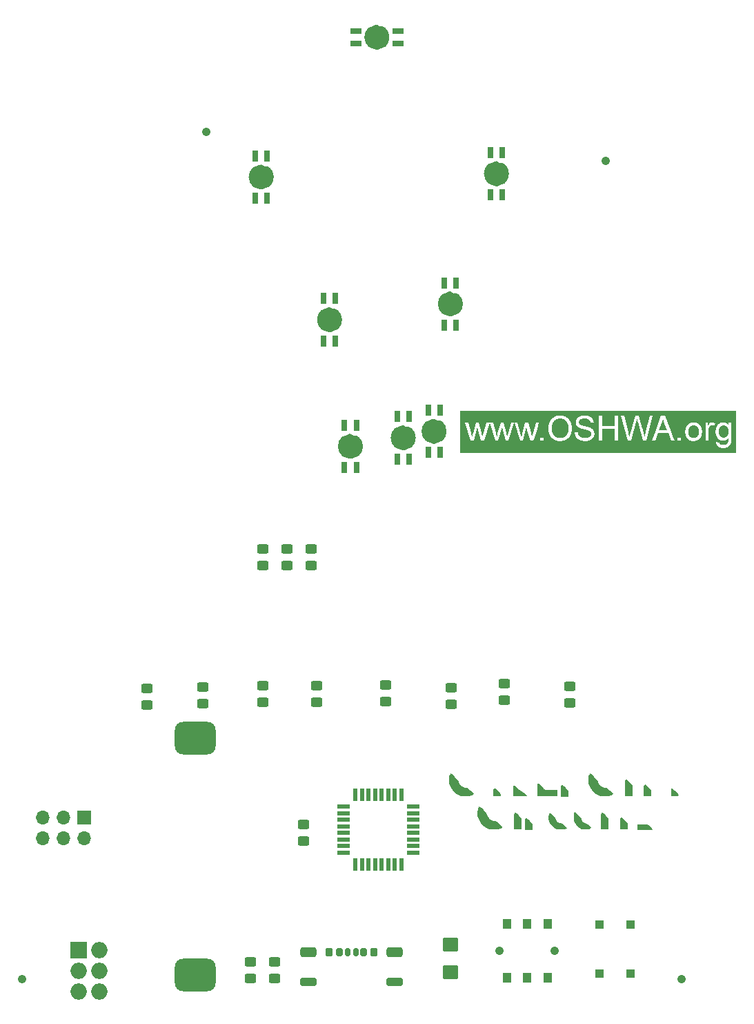
<source format=gbr>
%TF.GenerationSoftware,KiCad,Pcbnew,7.0.1-0*%
%TF.CreationDate,2024-04-28T15:41:34-04:00*%
%TF.ProjectId,OHS2024 Badge Release,4f485332-3032-4342-9042-616467652052,rev?*%
%TF.SameCoordinates,Original*%
%TF.FileFunction,Soldermask,Top*%
%TF.FilePolarity,Negative*%
%FSLAX46Y46*%
G04 Gerber Fmt 4.6, Leading zero omitted, Abs format (unit mm)*
G04 Created by KiCad (PCBNEW 7.0.1-0) date 2024-04-28 15:41:34*
%MOMM*%
%LPD*%
G01*
G04 APERTURE LIST*
G04 Aperture macros list*
%AMRoundRect*
0 Rectangle with rounded corners*
0 $1 Rounding radius*
0 $2 $3 $4 $5 $6 $7 $8 $9 X,Y pos of 4 corners*
0 Add a 4 corners polygon primitive as box body*
4,1,4,$2,$3,$4,$5,$6,$7,$8,$9,$2,$3,0*
0 Add four circle primitives for the rounded corners*
1,1,$1+$1,$2,$3*
1,1,$1+$1,$4,$5*
1,1,$1+$1,$6,$7*
1,1,$1+$1,$8,$9*
0 Add four rect primitives between the rounded corners*
20,1,$1+$1,$2,$3,$4,$5,0*
20,1,$1+$1,$4,$5,$6,$7,0*
20,1,$1+$1,$6,$7,$8,$9,0*
20,1,$1+$1,$8,$9,$2,$3,0*%
G04 Aperture macros list end*
%ADD10C,0.100000*%
%ADD11C,1.560000*%
%ADD12C,0.010000*%
%ADD13RoundRect,0.250000X-0.450000X0.325000X-0.450000X-0.325000X0.450000X-0.325000X0.450000X0.325000X0*%
%ADD14R,2.000000X2.000000*%
%ADD15O,2.000000X2.000000*%
%ADD16RoundRect,0.225000X0.225000X0.275000X-0.225000X0.275000X-0.225000X-0.275000X0.225000X-0.275000X0*%
%ADD17RoundRect,0.200000X0.200000X0.300000X-0.200000X0.300000X-0.200000X-0.300000X0.200000X-0.300000X0*%
%ADD18RoundRect,0.175000X0.175000X0.325000X-0.175000X0.325000X-0.175000X-0.325000X0.175000X-0.325000X0*%
%ADD19RoundRect,0.300000X0.700000X0.300000X-0.700000X0.300000X-0.700000X-0.300000X0.700000X-0.300000X0*%
%ADD20RoundRect,0.250000X0.750000X0.250000X-0.750000X0.250000X-0.750000X-0.250000X0.750000X-0.250000X0*%
%ADD21RoundRect,0.250000X0.450000X-0.325000X0.450000X0.325000X-0.450000X0.325000X-0.450000X-0.325000X0*%
%ADD22C,1.050000*%
%ADD23R,1.100000X1.300000*%
%ADD24R,0.800000X1.400000*%
%ADD25R,1.000000X1.000000*%
%ADD26R,1.700000X1.700000*%
%ADD27O,1.700000X1.700000*%
%ADD28R,1.600000X0.550000*%
%ADD29R,0.550000X1.600000*%
%ADD30R,1.400000X0.800000*%
%ADD31RoundRect,1.000000X1.500000X-1.000000X1.500000X1.000000X-1.500000X1.000000X-1.500000X-1.000000X0*%
%ADD32RoundRect,0.050000X-0.840000X0.760000X-0.840000X-0.760000X0.840000X-0.760000X0.840000X0.760000X0*%
G04 APERTURE END LIST*
D10*
G36*
X135612510Y-80889399D02*
G01*
X135643354Y-80890876D01*
X135673624Y-80893830D01*
X135703323Y-80898260D01*
X135732449Y-80904168D01*
X135761002Y-80911553D01*
X135788983Y-80920414D01*
X135829882Y-80936475D01*
X135856432Y-80949029D01*
X135882409Y-80963060D01*
X135907814Y-80978567D01*
X135932647Y-80995552D01*
X135956907Y-81014013D01*
X135980595Y-81033951D01*
X136003710Y-81055366D01*
X136026253Y-81078258D01*
X136047903Y-81102510D01*
X136068156Y-81128187D01*
X136087012Y-81155289D01*
X136104472Y-81183817D01*
X136120534Y-81213770D01*
X136135201Y-81245149D01*
X136148470Y-81277953D01*
X136160342Y-81312182D01*
X136170818Y-81347837D01*
X136179897Y-81384917D01*
X136187579Y-81423422D01*
X136193865Y-81463353D01*
X136198753Y-81504709D01*
X136202245Y-81547491D01*
X136204340Y-81591698D01*
X136205039Y-81637330D01*
X136204360Y-81685155D01*
X136202325Y-81731360D01*
X136198934Y-81775945D01*
X136194185Y-81818910D01*
X136188080Y-81860254D01*
X136180618Y-81899979D01*
X136171800Y-81938084D01*
X136161625Y-81974569D01*
X136150093Y-82009433D01*
X136137204Y-82042678D01*
X136122959Y-82074303D01*
X136107357Y-82104307D01*
X136090398Y-82132692D01*
X136072083Y-82159457D01*
X136052411Y-82184601D01*
X136031382Y-82208126D01*
X136020494Y-82219306D01*
X135998238Y-82240601D01*
X135975340Y-82260476D01*
X135951801Y-82278931D01*
X135927621Y-82295967D01*
X135902800Y-82311584D01*
X135864366Y-82332346D01*
X135824489Y-82349915D01*
X135783170Y-82364289D01*
X135754823Y-82372097D01*
X135725834Y-82378485D01*
X135696205Y-82383454D01*
X135665934Y-82387003D01*
X135635022Y-82389133D01*
X135603469Y-82389842D01*
X135587433Y-82389664D01*
X135555868Y-82388239D01*
X135524979Y-82385388D01*
X135494766Y-82381112D01*
X135465228Y-82375410D01*
X135436365Y-82368284D01*
X135408178Y-82359731D01*
X135367164Y-82344230D01*
X135327669Y-82325522D01*
X135289695Y-82303607D01*
X135265223Y-82287215D01*
X135241426Y-82269397D01*
X135218305Y-82250155D01*
X135195860Y-82229487D01*
X135174090Y-82207393D01*
X135153416Y-82183657D01*
X135134076Y-82158243D01*
X135116070Y-82131152D01*
X135099397Y-82102384D01*
X135084058Y-82071938D01*
X135070054Y-82039816D01*
X135057383Y-82006016D01*
X135046045Y-81970539D01*
X135036042Y-81933384D01*
X135027372Y-81894552D01*
X135020036Y-81854043D01*
X135014034Y-81811857D01*
X135009366Y-81767994D01*
X135006031Y-81722453D01*
X135004031Y-81675235D01*
X135003364Y-81626339D01*
X135004039Y-81581340D01*
X135006066Y-81537748D01*
X135009443Y-81495564D01*
X135014172Y-81454789D01*
X135020251Y-81415422D01*
X135027681Y-81377464D01*
X135036463Y-81340913D01*
X135046595Y-81305771D01*
X135058078Y-81272036D01*
X135070912Y-81239711D01*
X135085097Y-81208793D01*
X135100634Y-81179283D01*
X135117521Y-81151182D01*
X135135759Y-81124489D01*
X135155348Y-81099204D01*
X135176288Y-81075327D01*
X135187213Y-81063877D01*
X135209492Y-81042067D01*
X135232344Y-81021711D01*
X135255769Y-81002809D01*
X135279766Y-80985361D01*
X135304335Y-80969367D01*
X135342262Y-80948102D01*
X135381478Y-80930108D01*
X135421981Y-80915387D01*
X135463772Y-80903936D01*
X135506851Y-80895757D01*
X135536287Y-80892122D01*
X135566294Y-80889941D01*
X135596874Y-80889214D01*
X135612510Y-80889399D01*
G37*
G36*
X131952480Y-80889970D02*
G01*
X131985679Y-80892237D01*
X132018173Y-80896015D01*
X132049964Y-80901304D01*
X132081051Y-80908105D01*
X132111433Y-80916417D01*
X132141112Y-80926240D01*
X132170086Y-80937575D01*
X132198356Y-80950420D01*
X132225922Y-80964777D01*
X132252784Y-80980645D01*
X132278942Y-80998025D01*
X132304396Y-81016915D01*
X132329145Y-81037317D01*
X132353191Y-81059230D01*
X132376532Y-81082655D01*
X132398892Y-81107456D01*
X132419809Y-81133682D01*
X132439283Y-81161334D01*
X132457315Y-81190412D01*
X132473905Y-81220914D01*
X132489052Y-81252842D01*
X132502756Y-81286196D01*
X132515018Y-81320975D01*
X132525837Y-81357179D01*
X132535214Y-81394809D01*
X132543148Y-81433864D01*
X132549639Y-81474344D01*
X132554688Y-81516250D01*
X132558295Y-81559581D01*
X132560458Y-81604337D01*
X132561180Y-81650519D01*
X132560464Y-81699458D01*
X132558317Y-81746804D01*
X132554740Y-81792560D01*
X132549731Y-81836724D01*
X132543291Y-81879297D01*
X132535420Y-81920278D01*
X132526117Y-81959668D01*
X132515384Y-81997466D01*
X132503220Y-82033673D01*
X132489624Y-82068289D01*
X132474597Y-82101313D01*
X132458140Y-82132746D01*
X132440251Y-82162588D01*
X132420931Y-82190838D01*
X132400180Y-82217497D01*
X132377998Y-82242564D01*
X132354736Y-82266077D01*
X132330748Y-82288073D01*
X132306033Y-82308553D01*
X132280590Y-82327515D01*
X132254421Y-82344960D01*
X132227525Y-82360888D01*
X132199902Y-82375300D01*
X132171551Y-82388194D01*
X132142474Y-82399571D01*
X132112670Y-82409432D01*
X132082138Y-82417775D01*
X132050880Y-82424601D01*
X132018895Y-82429911D01*
X131986182Y-82433703D01*
X131952743Y-82435979D01*
X131918577Y-82436737D01*
X131884144Y-82435984D01*
X131850456Y-82433726D01*
X131817512Y-82429962D01*
X131785312Y-82424693D01*
X131753856Y-82417918D01*
X131723144Y-82409638D01*
X131693177Y-82399852D01*
X131663954Y-82388560D01*
X131635474Y-82375763D01*
X131607740Y-82361461D01*
X131580749Y-82345653D01*
X131554502Y-82328339D01*
X131529000Y-82309520D01*
X131504242Y-82289195D01*
X131480228Y-82267365D01*
X131456958Y-82244030D01*
X131434776Y-82219088D01*
X131414024Y-82192624D01*
X131394704Y-82164637D01*
X131376816Y-82135128D01*
X131360358Y-82104096D01*
X131345331Y-82071541D01*
X131331736Y-82037463D01*
X131319571Y-82001863D01*
X131308838Y-81964740D01*
X131299536Y-81926094D01*
X131291664Y-81885926D01*
X131285224Y-81844234D01*
X131280216Y-81801021D01*
X131276638Y-81756284D01*
X131274491Y-81710025D01*
X131273776Y-81662243D01*
X131274491Y-81614467D01*
X131276638Y-81568225D01*
X131280216Y-81523517D01*
X131285224Y-81480343D01*
X131291664Y-81438704D01*
X131299536Y-81398598D01*
X131308838Y-81360027D01*
X131319571Y-81322990D01*
X131331736Y-81287487D01*
X131345331Y-81253518D01*
X131360358Y-81221083D01*
X131376816Y-81190183D01*
X131394704Y-81160816D01*
X131414024Y-81132984D01*
X131434776Y-81106686D01*
X131456958Y-81081922D01*
X131480228Y-81058586D01*
X131504242Y-81036756D01*
X131529000Y-81016432D01*
X131554502Y-80997612D01*
X131580749Y-80980299D01*
X131607740Y-80964491D01*
X131635474Y-80950188D01*
X131663954Y-80937391D01*
X131693177Y-80926100D01*
X131723144Y-80916314D01*
X131753856Y-80908034D01*
X131785312Y-80901259D01*
X131817512Y-80895989D01*
X131850456Y-80892225D01*
X131884144Y-80889967D01*
X131918577Y-80889214D01*
X131952480Y-80889970D01*
G37*
G36*
X115574749Y-80045692D02*
G01*
X115611348Y-80047435D01*
X115647495Y-80050340D01*
X115683190Y-80054408D01*
X115718432Y-80059637D01*
X115753223Y-80066028D01*
X115787561Y-80073582D01*
X115821447Y-80082297D01*
X115854880Y-80092175D01*
X115887862Y-80103214D01*
X115920391Y-80115416D01*
X115952468Y-80128780D01*
X115984092Y-80143305D01*
X116015265Y-80158993D01*
X116045985Y-80175843D01*
X116076253Y-80193855D01*
X116105843Y-80212832D01*
X116134528Y-80232758D01*
X116162308Y-80253635D01*
X116189185Y-80275463D01*
X116215157Y-80298240D01*
X116240224Y-80321968D01*
X116264387Y-80346646D01*
X116287645Y-80372274D01*
X116309999Y-80398853D01*
X116331449Y-80426382D01*
X116351994Y-80454861D01*
X116371634Y-80484290D01*
X116390370Y-80514670D01*
X116408202Y-80546000D01*
X116425129Y-80578280D01*
X116441152Y-80611510D01*
X116456236Y-80645576D01*
X116470346Y-80680364D01*
X116483484Y-80715873D01*
X116495648Y-80752103D01*
X116506840Y-80789054D01*
X116517058Y-80826726D01*
X116526303Y-80865120D01*
X116534575Y-80904235D01*
X116541873Y-80944072D01*
X116548199Y-80984629D01*
X116553551Y-81025908D01*
X116557930Y-81067909D01*
X116561336Y-81110630D01*
X116563769Y-81154073D01*
X116565229Y-81198237D01*
X116565716Y-81243122D01*
X116565431Y-81278589D01*
X116564576Y-81313547D01*
X116563152Y-81347998D01*
X116561159Y-81381940D01*
X116558596Y-81415374D01*
X116555463Y-81448301D01*
X116551761Y-81480719D01*
X116547489Y-81512629D01*
X116542648Y-81544031D01*
X116537236Y-81574925D01*
X116531256Y-81605311D01*
X116524706Y-81635189D01*
X116517586Y-81664559D01*
X116509897Y-81693421D01*
X116492809Y-81749621D01*
X116473443Y-81803788D01*
X116451799Y-81855924D01*
X116427877Y-81906027D01*
X116401676Y-81954098D01*
X116373197Y-82000137D01*
X116342439Y-82044143D01*
X116309404Y-82086118D01*
X116274090Y-82126060D01*
X116237012Y-82163681D01*
X116198687Y-82198875D01*
X116159114Y-82231642D01*
X116118293Y-82261981D01*
X116076224Y-82289894D01*
X116032907Y-82315379D01*
X115988343Y-82338437D01*
X115942530Y-82359068D01*
X115895469Y-82377272D01*
X115847161Y-82393048D01*
X115797604Y-82406398D01*
X115746800Y-82417320D01*
X115694748Y-82425815D01*
X115641447Y-82431883D01*
X115586899Y-82435524D01*
X115531103Y-82436737D01*
X115476363Y-82435535D01*
X115422785Y-82431929D01*
X115370369Y-82425918D01*
X115319115Y-82417503D01*
X115269024Y-82406684D01*
X115220094Y-82393460D01*
X115172326Y-82377833D01*
X115125721Y-82359801D01*
X115080277Y-82339364D01*
X115035996Y-82316524D01*
X114992877Y-82291279D01*
X114950919Y-82263630D01*
X114910124Y-82233577D01*
X114870491Y-82201119D01*
X114832020Y-82166257D01*
X114794711Y-82128991D01*
X114776634Y-82109490D01*
X114742201Y-82069161D01*
X114710064Y-82027064D01*
X114680223Y-81983197D01*
X114652677Y-81937562D01*
X114627426Y-81890158D01*
X114604471Y-81840985D01*
X114583812Y-81790043D01*
X114565448Y-81737333D01*
X114549379Y-81682853D01*
X114535606Y-81626605D01*
X114529580Y-81597817D01*
X114524129Y-81568588D01*
X114519251Y-81538916D01*
X114514947Y-81508802D01*
X114511216Y-81478245D01*
X114508060Y-81447247D01*
X114505478Y-81415806D01*
X114503469Y-81383923D01*
X114502034Y-81351598D01*
X114501174Y-81318830D01*
X114500887Y-81285621D01*
X114501185Y-81244183D01*
X114502080Y-81203495D01*
X114503572Y-81163555D01*
X114505661Y-81124363D01*
X114508346Y-81085920D01*
X114511628Y-81048225D01*
X114515508Y-81011279D01*
X114519983Y-80975081D01*
X114525056Y-80939632D01*
X114530725Y-80904931D01*
X114536991Y-80870979D01*
X114543854Y-80837775D01*
X114551314Y-80805319D01*
X114559370Y-80773612D01*
X114568024Y-80742654D01*
X114577274Y-80712444D01*
X114587120Y-80682982D01*
X114597564Y-80654269D01*
X114608604Y-80626304D01*
X114620241Y-80599088D01*
X114645306Y-80546901D01*
X114672757Y-80497708D01*
X114702596Y-80451509D01*
X114734822Y-80408304D01*
X114769434Y-80368093D01*
X114806434Y-80330875D01*
X114845183Y-80296271D01*
X114884859Y-80263899D01*
X114925463Y-80233760D01*
X114966994Y-80205853D01*
X115009452Y-80180179D01*
X115052837Y-80156738D01*
X115097150Y-80135529D01*
X115142390Y-80116552D01*
X115188558Y-80099808D01*
X115235653Y-80085297D01*
X115283675Y-80073018D01*
X115332625Y-80062971D01*
X115382502Y-80055158D01*
X115433307Y-80049576D01*
X115485038Y-80046227D01*
X115537697Y-80045111D01*
X115574749Y-80045692D01*
G37*
G36*
X128155572Y-80119051D02*
G01*
X128165232Y-80147430D01*
X128175470Y-80177143D01*
X128186287Y-80208189D01*
X128197681Y-80240569D01*
X128209654Y-80274283D01*
X128222205Y-80309331D01*
X128235334Y-80345713D01*
X128249041Y-80383429D01*
X128263326Y-80422478D01*
X128278190Y-80462861D01*
X128293631Y-80504578D01*
X128309651Y-80547628D01*
X128326249Y-80592013D01*
X128343425Y-80637731D01*
X128361180Y-80684783D01*
X128676253Y-81451950D01*
X127651898Y-81451950D01*
X127983824Y-80628363D01*
X127996825Y-80592608D01*
X128009447Y-80557151D01*
X128021692Y-80521991D01*
X128033558Y-80487130D01*
X128045047Y-80452565D01*
X128056159Y-80418299D01*
X128066892Y-80384330D01*
X128077247Y-80350659D01*
X128087225Y-80317285D01*
X128096825Y-80284210D01*
X128106047Y-80251431D01*
X128114891Y-80218951D01*
X128123358Y-80186768D01*
X128131446Y-80154883D01*
X128139157Y-80123296D01*
X128146490Y-80092006D01*
X128155572Y-80119051D01*
G37*
G36*
X137129458Y-84234568D02*
G01*
X103291890Y-84234568D01*
X103291890Y-80560952D01*
X103870461Y-80560952D01*
X104540175Y-82765000D01*
X104927788Y-82765000D01*
X105370356Y-81069466D01*
X105455353Y-81451217D01*
X105803399Y-82765000D01*
X106188814Y-82765000D01*
X106873182Y-80560952D01*
X106901026Y-80560952D01*
X107570740Y-82765000D01*
X107958353Y-82765000D01*
X108400921Y-81069466D01*
X108485918Y-81451217D01*
X108833964Y-82765000D01*
X109219379Y-82765000D01*
X109903748Y-80560952D01*
X109931591Y-80560952D01*
X110601305Y-82765000D01*
X110988919Y-82765000D01*
X111431487Y-81069466D01*
X111516483Y-81451217D01*
X111864529Y-82765000D01*
X112249944Y-82765000D01*
X112366433Y-82389842D01*
X113101375Y-82389842D01*
X113101375Y-82765000D01*
X113524159Y-82765000D01*
X113524159Y-82389842D01*
X113101375Y-82389842D01*
X112366433Y-82389842D01*
X112710665Y-81281224D01*
X114088360Y-81281224D01*
X114088420Y-81285621D01*
X114089036Y-81331070D01*
X114091062Y-81380589D01*
X114094440Y-81429782D01*
X114099168Y-81478649D01*
X114105247Y-81527189D01*
X114112678Y-81575403D01*
X114121459Y-81623291D01*
X114131591Y-81670853D01*
X114143075Y-81718088D01*
X114155909Y-81764997D01*
X114170094Y-81811579D01*
X114185630Y-81857836D01*
X114202517Y-81903766D01*
X114220755Y-81949370D01*
X114240344Y-81994647D01*
X114261284Y-82039598D01*
X114283624Y-82083797D01*
X114307229Y-82126816D01*
X114332099Y-82168656D01*
X114358233Y-82209316D01*
X114385634Y-82248798D01*
X114414299Y-82287100D01*
X114444229Y-82324223D01*
X114475424Y-82360167D01*
X114507885Y-82394932D01*
X114541610Y-82428517D01*
X114576601Y-82460923D01*
X114612857Y-82492150D01*
X114650377Y-82522197D01*
X114689163Y-82551066D01*
X114729215Y-82578755D01*
X114770531Y-82605265D01*
X114812923Y-82630286D01*
X114856019Y-82653693D01*
X114899820Y-82675486D01*
X114944325Y-82695665D01*
X114989533Y-82714229D01*
X115035446Y-82731179D01*
X115082063Y-82746515D01*
X115129384Y-82760237D01*
X115177410Y-82772344D01*
X115226139Y-82782837D01*
X115275572Y-82791715D01*
X115325710Y-82798980D01*
X115376552Y-82804630D01*
X115428097Y-82808666D01*
X115480347Y-82811087D01*
X115533301Y-82811894D01*
X115582277Y-82811161D01*
X115630834Y-82808963D01*
X115678974Y-82805300D01*
X115726696Y-82800170D01*
X115774000Y-82793576D01*
X115820886Y-82785516D01*
X115867354Y-82775990D01*
X115913404Y-82765000D01*
X115959036Y-82752543D01*
X116004251Y-82738621D01*
X116049048Y-82723234D01*
X116093426Y-82706381D01*
X116137387Y-82688063D01*
X116180930Y-82668279D01*
X116224055Y-82647030D01*
X116266762Y-82624316D01*
X116308745Y-82600179D01*
X116349515Y-82574662D01*
X116389071Y-82547766D01*
X116427413Y-82519490D01*
X116464542Y-82489834D01*
X116500457Y-82458799D01*
X116535159Y-82426384D01*
X116568647Y-82392590D01*
X116600921Y-82357416D01*
X116631982Y-82320863D01*
X116661829Y-82282930D01*
X116690463Y-82243617D01*
X116717883Y-82202925D01*
X116744089Y-82160853D01*
X116769082Y-82117402D01*
X116792861Y-82072571D01*
X116815310Y-82026581D01*
X116836310Y-81979835D01*
X116855862Y-81932334D01*
X116873965Y-81884077D01*
X116890621Y-81835064D01*
X116905828Y-81785296D01*
X116919586Y-81734772D01*
X116919935Y-81733318D01*
X117339477Y-81733318D01*
X117341068Y-81772994D01*
X117343828Y-81812155D01*
X117347754Y-81850800D01*
X117352849Y-81888931D01*
X117359112Y-81926546D01*
X117366542Y-81963646D01*
X117375140Y-82000231D01*
X117384906Y-82036301D01*
X117395840Y-82071855D01*
X117407941Y-82106895D01*
X117421211Y-82141419D01*
X117435648Y-82175428D01*
X117451252Y-82208922D01*
X117468025Y-82241900D01*
X117485965Y-82274363D01*
X117505074Y-82306311D01*
X117525321Y-82337504D01*
X117546496Y-82367700D01*
X117568598Y-82396901D01*
X117591627Y-82425105D01*
X117615584Y-82452313D01*
X117640468Y-82478526D01*
X117666280Y-82503742D01*
X117693018Y-82527962D01*
X117720685Y-82551186D01*
X117749278Y-82573414D01*
X117778799Y-82594646D01*
X117809248Y-82614882D01*
X117840623Y-82634122D01*
X117872926Y-82652365D01*
X117906157Y-82669613D01*
X117940314Y-82685865D01*
X117975457Y-82701126D01*
X118011641Y-82715403D01*
X118048867Y-82728695D01*
X118087135Y-82741003D01*
X118126445Y-82752326D01*
X118166796Y-82762664D01*
X118208190Y-82772018D01*
X118250625Y-82780387D01*
X118294102Y-82787771D01*
X118338621Y-82794171D01*
X118384182Y-82799587D01*
X118430785Y-82804017D01*
X118478429Y-82807463D01*
X118527115Y-82809925D01*
X118576844Y-82811402D01*
X118627614Y-82811894D01*
X118667753Y-82811430D01*
X118707390Y-82810039D01*
X118746522Y-82807721D01*
X118785150Y-82804475D01*
X118823275Y-82800302D01*
X118860896Y-82795202D01*
X118898013Y-82789174D01*
X118934627Y-82782219D01*
X118970737Y-82774336D01*
X119006343Y-82765526D01*
X119041445Y-82755789D01*
X119076044Y-82745124D01*
X119110138Y-82733532D01*
X119143729Y-82721013D01*
X119176817Y-82707566D01*
X119209400Y-82693192D01*
X119241260Y-82677982D01*
X119272174Y-82662028D01*
X119302145Y-82645330D01*
X119331170Y-82627888D01*
X119359252Y-82609701D01*
X119386388Y-82590770D01*
X119412581Y-82571095D01*
X119437828Y-82550676D01*
X119462131Y-82529513D01*
X119485490Y-82507606D01*
X119507904Y-82484954D01*
X119529374Y-82461558D01*
X119549899Y-82437418D01*
X119569479Y-82412534D01*
X119588115Y-82386906D01*
X119605806Y-82360533D01*
X119622576Y-82333680D01*
X119638264Y-82306609D01*
X119652870Y-82279321D01*
X119666394Y-82251815D01*
X119678836Y-82224091D01*
X119690196Y-82196150D01*
X119700474Y-82167992D01*
X119709671Y-82139616D01*
X119717785Y-82111022D01*
X119724817Y-82082211D01*
X119730768Y-82053182D01*
X119735637Y-82023936D01*
X119739423Y-81994472D01*
X119742128Y-81964791D01*
X119743751Y-81934892D01*
X119744292Y-81904776D01*
X119744169Y-81889582D01*
X119743184Y-81859529D01*
X119741215Y-81829922D01*
X119736415Y-81786349D01*
X119729400Y-81743781D01*
X119720169Y-81702217D01*
X119708723Y-81661658D01*
X119695062Y-81622103D01*
X119679185Y-81583553D01*
X119661093Y-81546008D01*
X119640786Y-81509468D01*
X119618263Y-81473932D01*
X119602060Y-81450831D01*
X119575727Y-81417135D01*
X119546959Y-81384585D01*
X119526428Y-81363522D01*
X119504816Y-81342968D01*
X119482121Y-81322924D01*
X119458345Y-81303389D01*
X119433486Y-81284364D01*
X119407546Y-81265848D01*
X119380524Y-81247842D01*
X119352420Y-81230345D01*
X119323234Y-81213358D01*
X119292966Y-81196880D01*
X119261616Y-81180912D01*
X119229184Y-81165453D01*
X119192426Y-81149697D01*
X119164938Y-81138935D01*
X119135062Y-81127967D01*
X119102799Y-81116792D01*
X119068149Y-81105412D01*
X119031112Y-81093826D01*
X118991687Y-81082034D01*
X118949876Y-81070035D01*
X118905678Y-81057831D01*
X118859092Y-81045420D01*
X118810120Y-81032803D01*
X118758760Y-81019981D01*
X118705013Y-81006952D01*
X118648879Y-80993717D01*
X118619917Y-80987022D01*
X118590358Y-80980276D01*
X118560203Y-80973478D01*
X118530111Y-80966660D01*
X118500746Y-80959851D01*
X118472106Y-80953053D01*
X118417002Y-80939486D01*
X118364801Y-80925959D01*
X118315502Y-80912472D01*
X118269106Y-80899025D01*
X118225611Y-80885619D01*
X118185019Y-80872252D01*
X118147329Y-80858926D01*
X118112542Y-80845639D01*
X118080657Y-80832393D01*
X118051674Y-80819187D01*
X118013642Y-80799452D01*
X117982139Y-80779808D01*
X117957167Y-80760254D01*
X117949954Y-80753650D01*
X117923393Y-80726133D01*
X117900495Y-80696852D01*
X117881261Y-80665809D01*
X117865691Y-80633002D01*
X117853784Y-80598432D01*
X117845540Y-80562099D01*
X117840961Y-80524003D01*
X117839931Y-80494274D01*
X117840577Y-80471224D01*
X117843973Y-80437455D01*
X117850280Y-80404652D01*
X117859498Y-80372815D01*
X117871627Y-80341943D01*
X117886666Y-80312038D01*
X117904617Y-80283099D01*
X117925478Y-80255126D01*
X117949250Y-80228119D01*
X117975933Y-80202077D01*
X118005527Y-80177002D01*
X118027085Y-80161031D01*
X118062299Y-80139006D01*
X118100965Y-80119300D01*
X118128660Y-80107450D01*
X118157889Y-80096631D01*
X118188652Y-80086842D01*
X118220949Y-80078084D01*
X118254781Y-80070356D01*
X118290146Y-80063658D01*
X118327046Y-80057991D01*
X118365480Y-80053354D01*
X118405448Y-80049748D01*
X118446950Y-80047172D01*
X118489987Y-80045626D01*
X118534557Y-80045111D01*
X118577399Y-80045621D01*
X118618913Y-80047149D01*
X118659098Y-80049696D01*
X118697956Y-80053263D01*
X118735485Y-80057848D01*
X118771686Y-80063452D01*
X118806560Y-80070075D01*
X118840105Y-80077718D01*
X118872322Y-80086379D01*
X118903211Y-80096059D01*
X118932772Y-80106758D01*
X118961005Y-80118476D01*
X118987910Y-80131212D01*
X119025777Y-80152228D01*
X119060656Y-80175537D01*
X119092878Y-80201086D01*
X119122497Y-80228826D01*
X119149515Y-80258754D01*
X119173932Y-80290873D01*
X119195746Y-80325181D01*
X119214959Y-80361679D01*
X119231570Y-80400366D01*
X119245579Y-80441243D01*
X119253473Y-80469710D01*
X119260210Y-80499151D01*
X119265792Y-80529565D01*
X119270217Y-80560952D01*
X119653434Y-80560952D01*
X119651651Y-80528377D01*
X119648866Y-80496232D01*
X119645079Y-80464515D01*
X119640290Y-80433228D01*
X119634500Y-80402371D01*
X119627708Y-80371942D01*
X119619914Y-80341943D01*
X119611119Y-80312374D01*
X119601321Y-80283234D01*
X119590522Y-80254523D01*
X119578721Y-80226241D01*
X119565918Y-80198389D01*
X119552114Y-80170966D01*
X119537308Y-80143972D01*
X119521500Y-80117408D01*
X119504690Y-80091273D01*
X119487007Y-80065745D01*
X119468397Y-80041001D01*
X119448859Y-80017041D01*
X119428394Y-79993866D01*
X119407002Y-79971475D01*
X119384683Y-79949868D01*
X119361436Y-79929045D01*
X119337261Y-79909007D01*
X119312160Y-79889753D01*
X119286131Y-79871283D01*
X119259174Y-79853597D01*
X119231290Y-79836696D01*
X119202479Y-79820579D01*
X119172741Y-79805246D01*
X119142075Y-79790697D01*
X119110482Y-79776933D01*
X119078113Y-79763978D01*
X119045120Y-79751859D01*
X119011503Y-79740577D01*
X118977263Y-79730129D01*
X118942398Y-79720518D01*
X118927559Y-79716849D01*
X120286511Y-79716849D01*
X120286511Y-82765000D01*
X120686581Y-82765000D01*
X120686581Y-81311266D01*
X122256818Y-81311266D01*
X122256818Y-82765000D01*
X122656888Y-82765000D01*
X122656888Y-79716849D01*
X123030580Y-79716849D01*
X123832185Y-82765000D01*
X124240314Y-82765000D01*
X124881452Y-80459103D01*
X124886607Y-80440467D01*
X124894436Y-80411322D01*
X124902380Y-80380747D01*
X124910441Y-80348742D01*
X124918618Y-80315308D01*
X124926910Y-80280444D01*
X124935319Y-80244150D01*
X124943843Y-80206427D01*
X124952484Y-80167274D01*
X124961240Y-80126691D01*
X124970112Y-80084678D01*
X124971092Y-80090369D01*
X124977900Y-80124684D01*
X124985640Y-80159168D01*
X124992781Y-80189133D01*
X125001070Y-80222615D01*
X125010504Y-80259612D01*
X125021085Y-80300126D01*
X125028776Y-80329089D01*
X125036976Y-80359615D01*
X125045686Y-80391703D01*
X125054905Y-80425354D01*
X125064634Y-80460568D01*
X125701375Y-82765000D01*
X126086790Y-82765000D01*
X126780684Y-82765000D01*
X127204934Y-82765000D01*
X127536860Y-81827107D01*
X128800084Y-81827107D01*
X129152526Y-82765000D01*
X129607551Y-82765000D01*
X129455414Y-82389842D01*
X129968786Y-82389842D01*
X129968786Y-82765000D01*
X130391570Y-82765000D01*
X130391570Y-82389842D01*
X129968786Y-82389842D01*
X129455414Y-82389842D01*
X129160649Y-81662976D01*
X130892024Y-81662976D01*
X130892301Y-81697526D01*
X130893132Y-81731566D01*
X130894516Y-81765097D01*
X130896455Y-81798118D01*
X130898947Y-81830630D01*
X130901993Y-81862633D01*
X130905593Y-81894126D01*
X130909747Y-81925109D01*
X130914455Y-81955583D01*
X130919716Y-81985548D01*
X130925531Y-82015003D01*
X130931901Y-82043949D01*
X130946300Y-82100312D01*
X130962916Y-82154637D01*
X130981746Y-82206924D01*
X131002792Y-82257173D01*
X131026053Y-82305384D01*
X131051530Y-82351557D01*
X131079222Y-82395693D01*
X131109129Y-82437790D01*
X131141252Y-82477850D01*
X131175590Y-82515872D01*
X131211723Y-82551718D01*
X131249229Y-82585252D01*
X131288110Y-82616473D01*
X131328364Y-82645382D01*
X131369992Y-82671977D01*
X131412994Y-82696260D01*
X131457370Y-82718231D01*
X131503120Y-82737889D01*
X131550243Y-82755234D01*
X131598741Y-82770266D01*
X131648612Y-82782986D01*
X131699857Y-82793393D01*
X131752476Y-82801487D01*
X131806469Y-82807269D01*
X131861836Y-82810738D01*
X131918577Y-82811894D01*
X131954214Y-82811370D01*
X131989503Y-82809799D01*
X132024442Y-82807180D01*
X132059032Y-82803514D01*
X132093272Y-82798799D01*
X132127164Y-82793038D01*
X132160706Y-82786229D01*
X132193899Y-82778372D01*
X132226743Y-82769467D01*
X132241329Y-82765000D01*
X133362052Y-82765000D01*
X133732813Y-82765000D01*
X133732813Y-81651985D01*
X134622345Y-81651985D01*
X134623310Y-81708720D01*
X134626203Y-81764436D01*
X134631026Y-81819133D01*
X134637778Y-81872811D01*
X134646459Y-81925470D01*
X134657070Y-81977110D01*
X134669609Y-82027731D01*
X134684077Y-82077334D01*
X134700475Y-82125917D01*
X134718802Y-82173481D01*
X134739058Y-82220027D01*
X134761243Y-82265553D01*
X134785357Y-82310061D01*
X134811400Y-82353550D01*
X134839373Y-82396019D01*
X134869275Y-82437470D01*
X134901025Y-82477132D01*
X134934361Y-82514235D01*
X134969283Y-82548779D01*
X135005791Y-82580764D01*
X135043884Y-82610191D01*
X135083563Y-82637058D01*
X135124828Y-82661367D01*
X135167678Y-82683117D01*
X135212114Y-82702308D01*
X135258136Y-82718941D01*
X135305743Y-82733014D01*
X135354936Y-82744529D01*
X135405715Y-82753485D01*
X135458079Y-82759882D01*
X135512029Y-82763720D01*
X135567565Y-82765000D01*
X135612436Y-82763900D01*
X135656374Y-82760603D01*
X135699379Y-82755108D01*
X135741451Y-82747414D01*
X135782589Y-82737522D01*
X135822795Y-82725432D01*
X135862067Y-82711144D01*
X135900407Y-82694658D01*
X135937813Y-82675973D01*
X135974286Y-82655090D01*
X136009827Y-82632009D01*
X136044434Y-82606730D01*
X136078108Y-82579253D01*
X136110849Y-82549577D01*
X136142657Y-82517704D01*
X136173531Y-82483632D01*
X136173683Y-82524410D01*
X136173589Y-82563396D01*
X136173248Y-82600591D01*
X136172661Y-82635993D01*
X136171828Y-82669605D01*
X136170749Y-82701424D01*
X136168669Y-82745793D01*
X136166035Y-82786131D01*
X136162847Y-82822438D01*
X136159106Y-82854713D01*
X136153255Y-82891475D01*
X136146420Y-82921071D01*
X136139929Y-82942114D01*
X136128861Y-82972562D01*
X136116195Y-83001671D01*
X136101933Y-83029440D01*
X136086073Y-83055870D01*
X136068617Y-83080960D01*
X136049563Y-83104711D01*
X136028912Y-83127122D01*
X136006664Y-83148194D01*
X135982819Y-83167926D01*
X135957376Y-83186318D01*
X135939422Y-83197764D01*
X135910762Y-83213549D01*
X135880028Y-83227672D01*
X135847220Y-83240133D01*
X135812339Y-83250933D01*
X135775384Y-83260071D01*
X135736356Y-83267548D01*
X135695254Y-83273364D01*
X135652078Y-83277517D01*
X135622142Y-83279363D01*
X135591284Y-83280471D01*
X135559505Y-83280840D01*
X135530041Y-83280514D01*
X135487327Y-83278801D01*
X135446390Y-83275620D01*
X135407230Y-83270970D01*
X135369848Y-83264852D01*
X135334244Y-83257266D01*
X135300417Y-83248211D01*
X135268367Y-83237688D01*
X135238095Y-83225697D01*
X135209600Y-83212237D01*
X135182882Y-83197309D01*
X135170283Y-83189238D01*
X135146973Y-83171378D01*
X135121378Y-83145832D01*
X135099718Y-83116709D01*
X135085223Y-83090835D01*
X135073248Y-83062670D01*
X135063791Y-83032216D01*
X135056853Y-82999473D01*
X134696351Y-82952578D01*
X134696316Y-82995941D01*
X134698228Y-83037918D01*
X134702087Y-83078510D01*
X134707891Y-83117717D01*
X134715642Y-83155538D01*
X134725339Y-83191974D01*
X134736983Y-83227025D01*
X134750573Y-83260690D01*
X134766109Y-83292970D01*
X134783591Y-83323865D01*
X134803020Y-83353375D01*
X134824395Y-83381499D01*
X134847716Y-83408238D01*
X134872984Y-83433591D01*
X134900198Y-83457560D01*
X134929358Y-83480143D01*
X134960079Y-83501437D01*
X134991972Y-83521359D01*
X135025039Y-83539906D01*
X135059280Y-83557079D01*
X135094694Y-83572879D01*
X135131282Y-83587304D01*
X135169044Y-83600356D01*
X135207978Y-83612034D01*
X135248087Y-83622338D01*
X135289368Y-83631268D01*
X135331824Y-83638824D01*
X135375453Y-83645006D01*
X135420255Y-83649815D01*
X135466231Y-83653250D01*
X135513380Y-83655310D01*
X135561703Y-83655997D01*
X135602513Y-83655511D01*
X135642509Y-83654051D01*
X135681693Y-83651618D01*
X135720064Y-83648212D01*
X135757622Y-83643833D01*
X135794367Y-83638481D01*
X135830300Y-83632155D01*
X135865419Y-83624856D01*
X135899726Y-83616585D01*
X135933219Y-83607340D01*
X135965900Y-83597122D01*
X135997768Y-83585930D01*
X136028823Y-83573766D01*
X136059065Y-83560628D01*
X136088495Y-83546517D01*
X136117111Y-83531434D01*
X136131098Y-83523560D01*
X136158357Y-83507286D01*
X136184667Y-83490307D01*
X136210026Y-83472624D01*
X136234435Y-83454237D01*
X136257894Y-83435146D01*
X136280402Y-83415351D01*
X136301961Y-83394852D01*
X136322569Y-83373649D01*
X136342226Y-83351741D01*
X136360934Y-83329130D01*
X136387213Y-83293892D01*
X136403545Y-83269520D01*
X136418927Y-83244444D01*
X136433358Y-83218664D01*
X136446839Y-83192180D01*
X136453240Y-83178515D01*
X136465434Y-83149423D01*
X136476814Y-83117984D01*
X136487381Y-83084199D01*
X136497135Y-83048066D01*
X136506077Y-83009586D01*
X136514206Y-82968760D01*
X136521522Y-82925586D01*
X136528025Y-82880065D01*
X136533715Y-82832197D01*
X136538592Y-82781982D01*
X136542656Y-82729421D01*
X136545908Y-82674512D01*
X136548346Y-82617256D01*
X136549261Y-82587748D01*
X136549972Y-82557653D01*
X136550480Y-82526971D01*
X136550785Y-82495703D01*
X136550887Y-82463848D01*
X136550887Y-80560952D01*
X136208702Y-80560952D01*
X136208702Y-80842320D01*
X136176754Y-80802569D01*
X136143741Y-80765383D01*
X136109664Y-80730762D01*
X136074521Y-80698705D01*
X136038314Y-80669213D01*
X136001042Y-80642285D01*
X135962706Y-80617922D01*
X135923305Y-80596123D01*
X135882838Y-80576889D01*
X135841308Y-80560219D01*
X135798712Y-80546114D01*
X135755052Y-80534574D01*
X135710327Y-80525598D01*
X135664537Y-80519187D01*
X135617682Y-80515340D01*
X135569763Y-80514057D01*
X135533785Y-80514624D01*
X135498391Y-80516324D01*
X135463580Y-80519158D01*
X135429354Y-80523125D01*
X135395711Y-80528225D01*
X135362653Y-80534459D01*
X135330178Y-80541827D01*
X135298287Y-80550327D01*
X135266980Y-80559962D01*
X135236257Y-80570729D01*
X135206118Y-80582631D01*
X135176563Y-80595665D01*
X135147591Y-80609833D01*
X135119204Y-80625134D01*
X135091400Y-80641569D01*
X135064180Y-80659138D01*
X135037650Y-80677748D01*
X135011916Y-80697308D01*
X134986978Y-80717819D01*
X134962835Y-80739280D01*
X134939488Y-80761691D01*
X134916936Y-80785052D01*
X134895181Y-80809364D01*
X134874220Y-80834626D01*
X134854056Y-80860838D01*
X134834687Y-80888001D01*
X134816115Y-80916114D01*
X134798337Y-80945177D01*
X134781356Y-80975190D01*
X134765170Y-81006153D01*
X134749780Y-81038067D01*
X134735185Y-81070931D01*
X134721521Y-81104370D01*
X134708738Y-81138193D01*
X134696837Y-81172400D01*
X134685818Y-81206990D01*
X134675680Y-81241963D01*
X134666423Y-81277320D01*
X134658048Y-81313061D01*
X134650555Y-81349185D01*
X134643943Y-81385692D01*
X134638213Y-81422584D01*
X134633365Y-81459858D01*
X134629398Y-81497517D01*
X134626312Y-81535558D01*
X134624108Y-81573984D01*
X134622786Y-81612792D01*
X134622634Y-81626339D01*
X134622345Y-81651985D01*
X133732813Y-81651985D01*
X133732813Y-81606556D01*
X133733056Y-81576937D01*
X133734333Y-81533068D01*
X133736705Y-81489869D01*
X133740172Y-81447339D01*
X133744734Y-81405479D01*
X133750390Y-81364289D01*
X133757141Y-81323768D01*
X133764988Y-81283918D01*
X133773928Y-81244737D01*
X133783964Y-81206225D01*
X133795095Y-81168384D01*
X133806223Y-81136487D01*
X133819091Y-81106377D01*
X133833700Y-81078052D01*
X133850049Y-81051514D01*
X133868138Y-81026761D01*
X133887968Y-81003795D01*
X133909538Y-80982614D01*
X133932847Y-80963220D01*
X133938962Y-80958667D01*
X133963892Y-80941900D01*
X133989577Y-80927446D01*
X134022747Y-80912630D01*
X134057097Y-80901428D01*
X134092628Y-80893840D01*
X134121903Y-80890371D01*
X134151933Y-80889214D01*
X134160406Y-80889296D01*
X134194312Y-80891254D01*
X134228241Y-80895822D01*
X134262193Y-80903000D01*
X134296167Y-80912789D01*
X134330165Y-80925188D01*
X134364185Y-80940198D01*
X134398228Y-80957818D01*
X134423776Y-80972745D01*
X134551270Y-80629829D01*
X134527113Y-80615809D01*
X134490963Y-80596477D01*
X134454917Y-80579179D01*
X134418973Y-80563916D01*
X134383132Y-80550688D01*
X134347394Y-80539495D01*
X134311760Y-80530338D01*
X134276228Y-80523215D01*
X134240800Y-80518127D01*
X134205474Y-80515075D01*
X134170252Y-80514057D01*
X134138160Y-80515191D01*
X134106733Y-80518591D01*
X134075970Y-80524258D01*
X134045871Y-80532192D01*
X134016436Y-80542393D01*
X133987665Y-80554861D01*
X133959558Y-80569596D01*
X133932115Y-80586598D01*
X133904706Y-80607160D01*
X133876702Y-80632576D01*
X133855308Y-80654824D01*
X133833580Y-80679803D01*
X133811517Y-80707512D01*
X133789118Y-80737952D01*
X133766385Y-80771122D01*
X133743317Y-80807023D01*
X133727752Y-80832474D01*
X133712039Y-80859138D01*
X133696176Y-80887016D01*
X133696176Y-80560952D01*
X133362052Y-80560952D01*
X133362052Y-82765000D01*
X132241329Y-82765000D01*
X132259238Y-82759515D01*
X132291384Y-82748516D01*
X132323180Y-82736469D01*
X132354627Y-82723374D01*
X132385726Y-82709232D01*
X132416474Y-82694042D01*
X132446874Y-82677805D01*
X132476738Y-82660528D01*
X132505698Y-82642405D01*
X132533754Y-82623434D01*
X132560905Y-82603616D01*
X132587151Y-82582951D01*
X132612494Y-82561438D01*
X132636931Y-82539079D01*
X132660464Y-82515872D01*
X132683093Y-82491818D01*
X132704817Y-82466916D01*
X132725637Y-82441168D01*
X132745552Y-82414572D01*
X132764563Y-82387129D01*
X132782670Y-82358839D01*
X132799872Y-82329702D01*
X132816169Y-82299717D01*
X132831519Y-82268602D01*
X132845879Y-82236073D01*
X132859248Y-82202129D01*
X132871628Y-82166772D01*
X132883016Y-82130001D01*
X132893415Y-82091817D01*
X132902823Y-82052218D01*
X132911241Y-82011205D01*
X132918668Y-81968778D01*
X132925105Y-81924938D01*
X132930552Y-81879683D01*
X132935009Y-81833015D01*
X132938475Y-81784932D01*
X132940951Y-81735436D01*
X132942436Y-81684525D01*
X132942931Y-81632201D01*
X132942651Y-81599679D01*
X132941812Y-81567601D01*
X132940413Y-81535966D01*
X132938455Y-81504775D01*
X132935937Y-81474028D01*
X132932859Y-81443724D01*
X132929222Y-81413864D01*
X132925025Y-81384447D01*
X132914953Y-81326945D01*
X132902643Y-81271218D01*
X132888094Y-81217265D01*
X132871307Y-81165087D01*
X132852282Y-81114683D01*
X132831018Y-81066054D01*
X132807517Y-81019199D01*
X132781777Y-80974119D01*
X132753799Y-80930814D01*
X132723582Y-80889283D01*
X132691127Y-80849527D01*
X132656434Y-80811545D01*
X132619978Y-80775521D01*
X132582234Y-80741822D01*
X132543202Y-80710446D01*
X132502882Y-80681394D01*
X132461274Y-80654667D01*
X132418378Y-80630264D01*
X132374194Y-80608184D01*
X132328722Y-80588429D01*
X132281961Y-80570998D01*
X132233913Y-80555892D01*
X132184577Y-80543109D01*
X132133953Y-80532650D01*
X132082041Y-80524516D01*
X132028841Y-80518706D01*
X131974353Y-80515219D01*
X131918577Y-80514057D01*
X131868316Y-80515011D01*
X131819017Y-80517870D01*
X131770680Y-80522635D01*
X131723305Y-80529307D01*
X131676891Y-80537885D01*
X131631439Y-80548370D01*
X131586948Y-80560760D01*
X131543420Y-80575057D01*
X131500853Y-80591260D01*
X131459248Y-80609369D01*
X131418604Y-80629385D01*
X131378922Y-80651307D01*
X131340202Y-80675135D01*
X131302444Y-80700869D01*
X131265647Y-80728509D01*
X131229812Y-80758056D01*
X131209030Y-80776774D01*
X131169446Y-80816061D01*
X131132500Y-80857815D01*
X131098193Y-80902036D01*
X131066526Y-80948725D01*
X131037497Y-80997881D01*
X131011107Y-81049504D01*
X130998902Y-81076241D01*
X130987357Y-81103594D01*
X130976471Y-81131564D01*
X130966245Y-81160152D01*
X130956679Y-81189356D01*
X130947772Y-81219176D01*
X130939525Y-81249614D01*
X130931938Y-81280668D01*
X130925011Y-81312339D01*
X130918744Y-81344627D01*
X130913136Y-81377532D01*
X130908188Y-81411054D01*
X130903899Y-81445192D01*
X130900271Y-81479947D01*
X130897302Y-81515320D01*
X130894993Y-81551308D01*
X130893344Y-81587914D01*
X130892354Y-81625136D01*
X130892030Y-81662243D01*
X130892024Y-81662976D01*
X129160649Y-81662976D01*
X128371438Y-79716849D01*
X127940593Y-79716849D01*
X127280337Y-81451950D01*
X126780684Y-82765000D01*
X126086790Y-82765000D01*
X126915506Y-79716849D01*
X126513238Y-79716849D01*
X126039896Y-81685690D01*
X126028401Y-81731861D01*
X126017181Y-81777316D01*
X126006236Y-81822055D01*
X125995566Y-81866079D01*
X125985170Y-81909387D01*
X125975049Y-81951980D01*
X125965203Y-81993857D01*
X125955632Y-82035019D01*
X125946335Y-82075465D01*
X125937314Y-82115195D01*
X125928567Y-82154210D01*
X125920095Y-82192510D01*
X125911897Y-82230093D01*
X125903974Y-82266962D01*
X125896327Y-82303114D01*
X125888954Y-82338551D01*
X125884377Y-82307529D01*
X125879623Y-82276378D01*
X125874691Y-82245099D01*
X125869582Y-82213690D01*
X125864296Y-82182153D01*
X125858832Y-82150486D01*
X125853190Y-82118691D01*
X125847371Y-82086768D01*
X125841375Y-82054715D01*
X125835201Y-82022534D01*
X125828850Y-81990224D01*
X125822321Y-81957785D01*
X125815615Y-81925217D01*
X125808731Y-81892520D01*
X125801670Y-81859695D01*
X125794432Y-81826741D01*
X125787016Y-81793658D01*
X125779422Y-81760446D01*
X125771651Y-81727105D01*
X125763703Y-81693636D01*
X125755577Y-81660038D01*
X125747274Y-81626311D01*
X125738793Y-81592455D01*
X125730135Y-81558470D01*
X125721299Y-81524357D01*
X125712286Y-81490115D01*
X125703095Y-81455744D01*
X125693727Y-81421244D01*
X125684182Y-81386615D01*
X125674459Y-81351858D01*
X125664558Y-81316972D01*
X125654480Y-81281957D01*
X125221438Y-79716849D01*
X124739302Y-79716849D01*
X124164111Y-81787540D01*
X124161177Y-81798365D01*
X124153094Y-81829460D01*
X124145093Y-81861046D01*
X124135431Y-81899716D01*
X124128067Y-81929431D01*
X124119964Y-81962295D01*
X124111122Y-81998308D01*
X124101542Y-82037469D01*
X124091224Y-82079778D01*
X124080167Y-82125236D01*
X124068372Y-82173842D01*
X124055838Y-82225597D01*
X124042566Y-82280500D01*
X124035653Y-82309132D01*
X124028556Y-82338551D01*
X124021701Y-82300956D01*
X124014691Y-82263275D01*
X124007527Y-82225508D01*
X124000208Y-82187655D01*
X123992735Y-82149716D01*
X123985107Y-82111692D01*
X123977325Y-82073581D01*
X123969388Y-82035385D01*
X123961296Y-81997103D01*
X123953050Y-81958735D01*
X123944650Y-81920281D01*
X123936095Y-81881741D01*
X123927385Y-81843115D01*
X123918521Y-81804404D01*
X123909502Y-81765606D01*
X123900328Y-81726723D01*
X123440908Y-79716849D01*
X123030580Y-79716849D01*
X122656888Y-79716849D01*
X122256818Y-79716849D01*
X122256818Y-80936109D01*
X120686581Y-80936109D01*
X120686581Y-79716849D01*
X120286511Y-79716849D01*
X118927559Y-79716849D01*
X118906909Y-79711743D01*
X118870797Y-79703803D01*
X118834060Y-79696699D01*
X118796699Y-79690430D01*
X118758715Y-79684998D01*
X118720106Y-79680401D01*
X118680874Y-79676640D01*
X118641017Y-79673715D01*
X118600537Y-79671626D01*
X118559433Y-79670372D01*
X118517704Y-79669954D01*
X118479817Y-79670361D01*
X118442359Y-79671580D01*
X118405331Y-79673612D01*
X118368732Y-79676457D01*
X118332562Y-79680115D01*
X118296821Y-79684586D01*
X118261510Y-79689869D01*
X118226628Y-79695966D01*
X118192175Y-79702875D01*
X118158152Y-79710598D01*
X118124558Y-79719133D01*
X118091394Y-79728481D01*
X118058659Y-79738642D01*
X118026353Y-79749615D01*
X117994476Y-79761402D01*
X117963029Y-79774002D01*
X117932355Y-79787297D01*
X117902613Y-79801353D01*
X117873805Y-79816171D01*
X117845930Y-79831750D01*
X117818988Y-79848090D01*
X117792979Y-79865192D01*
X117767903Y-79883055D01*
X117743760Y-79901680D01*
X117720550Y-79921065D01*
X117698273Y-79941213D01*
X117676930Y-79962121D01*
X117656519Y-79983791D01*
X117637042Y-80006222D01*
X117618498Y-80029415D01*
X117600886Y-80053369D01*
X117584208Y-80078084D01*
X117568503Y-80103206D01*
X117546846Y-80141328D01*
X117527468Y-80179979D01*
X117510369Y-80219158D01*
X117495551Y-80258865D01*
X117483012Y-80299100D01*
X117472753Y-80339863D01*
X117464774Y-80381154D01*
X117459075Y-80422973D01*
X117455655Y-80465320D01*
X117454515Y-80508196D01*
X117454930Y-80534322D01*
X117457109Y-80572910D01*
X117461156Y-80610778D01*
X117467070Y-80647923D01*
X117474851Y-80684348D01*
X117484501Y-80720051D01*
X117496018Y-80755034D01*
X117509402Y-80789294D01*
X117524654Y-80822834D01*
X117541774Y-80855652D01*
X117560761Y-80887749D01*
X117567509Y-80898229D01*
X117589040Y-80929034D01*
X117612503Y-80958885D01*
X117637898Y-80987784D01*
X117665225Y-81015729D01*
X117694484Y-81042721D01*
X117725675Y-81068760D01*
X117758798Y-81093846D01*
X117793853Y-81117979D01*
X117830840Y-81141159D01*
X117856571Y-81156082D01*
X117883162Y-81170582D01*
X117916675Y-81187434D01*
X117954568Y-81204465D01*
X117982263Y-81215920D01*
X118011904Y-81227455D01*
X118043492Y-81239069D01*
X118077025Y-81250764D01*
X118112506Y-81262540D01*
X118149932Y-81274395D01*
X118189305Y-81286330D01*
X118230624Y-81298346D01*
X118273889Y-81310442D01*
X118319101Y-81322618D01*
X118366259Y-81334874D01*
X118415363Y-81347210D01*
X118466413Y-81359626D01*
X118492138Y-81365758D01*
X118541860Y-81377716D01*
X118589281Y-81389268D01*
X118634401Y-81400414D01*
X118677220Y-81411153D01*
X118717738Y-81421485D01*
X118755954Y-81431411D01*
X118791869Y-81440931D01*
X118825483Y-81450044D01*
X118856796Y-81458751D01*
X118899450Y-81471050D01*
X118936927Y-81482433D01*
X118969225Y-81492903D01*
X119004236Y-81505439D01*
X119027538Y-81514541D01*
X119060912Y-81528666D01*
X119092393Y-81543358D01*
X119121980Y-81558616D01*
X119149674Y-81574442D01*
X119175475Y-81590833D01*
X119199382Y-81607792D01*
X119228314Y-81631285D01*
X119253879Y-81655786D01*
X119276078Y-81681294D01*
X119295484Y-81707672D01*
X119312303Y-81735150D01*
X119326534Y-81763726D01*
X119338177Y-81793401D01*
X119347233Y-81824176D01*
X119353702Y-81856050D01*
X119357583Y-81889023D01*
X119358877Y-81923094D01*
X119357537Y-81957086D01*
X119353519Y-81990551D01*
X119346821Y-82023490D01*
X119337444Y-82055901D01*
X119325389Y-82087787D01*
X119310654Y-82119145D01*
X119293240Y-82149977D01*
X119273148Y-82180282D01*
X119256412Y-82202232D01*
X119231614Y-82230116D01*
X119203976Y-82256419D01*
X119181385Y-82275110D01*
X119157196Y-82292913D01*
X119131410Y-82309826D01*
X119104028Y-82325851D01*
X119075048Y-82340987D01*
X119044470Y-82355235D01*
X119012296Y-82368593D01*
X118990197Y-82376845D01*
X118956265Y-82388225D01*
X118921392Y-82398406D01*
X118885579Y-82407390D01*
X118848826Y-82415176D01*
X118811133Y-82421764D01*
X118772499Y-82427154D01*
X118732926Y-82431347D01*
X118692412Y-82434341D01*
X118650957Y-82436138D01*
X118608563Y-82436737D01*
X118592494Y-82436649D01*
X118560660Y-82435945D01*
X118529233Y-82434537D01*
X118498212Y-82432424D01*
X118467598Y-82429608D01*
X118437390Y-82426088D01*
X118407588Y-82421863D01*
X118378193Y-82416934D01*
X118349205Y-82411301D01*
X118306484Y-82401532D01*
X118264678Y-82390178D01*
X118223786Y-82377240D01*
X118183808Y-82362718D01*
X118144746Y-82346612D01*
X118119429Y-82335037D01*
X118083033Y-82316859D01*
X118048529Y-82297702D01*
X118015919Y-82277566D01*
X117985203Y-82256452D01*
X117956379Y-82234358D01*
X117929449Y-82211286D01*
X117904413Y-82187234D01*
X117881270Y-82162204D01*
X117860020Y-82136195D01*
X117840663Y-82109207D01*
X117828756Y-82090480D01*
X117811927Y-82061197D01*
X117796333Y-82030485D01*
X117781976Y-81998343D01*
X117768856Y-81964771D01*
X117756972Y-81929770D01*
X117746324Y-81893339D01*
X117736913Y-81855478D01*
X117728739Y-81816188D01*
X117721801Y-81775467D01*
X117716099Y-81733318D01*
X117339477Y-81733318D01*
X116919935Y-81733318D01*
X116931897Y-81683492D01*
X116942759Y-81631457D01*
X116952173Y-81578666D01*
X116960138Y-81525120D01*
X116966655Y-81470818D01*
X116971724Y-81415760D01*
X116975345Y-81359947D01*
X116977518Y-81303378D01*
X116978242Y-81246053D01*
X116977552Y-81189461D01*
X116975483Y-81133625D01*
X116972034Y-81078545D01*
X116967205Y-81024220D01*
X116960997Y-80970650D01*
X116953409Y-80917837D01*
X116944442Y-80865779D01*
X116934095Y-80814476D01*
X116922368Y-80763929D01*
X116909262Y-80714138D01*
X116894777Y-80665103D01*
X116878911Y-80616823D01*
X116861666Y-80569298D01*
X116843042Y-80522530D01*
X116823038Y-80476517D01*
X116801654Y-80431259D01*
X116779046Y-80386909D01*
X116755183Y-80343801D01*
X116730067Y-80301935D01*
X116703698Y-80261312D01*
X116676074Y-80221931D01*
X116647197Y-80183791D01*
X116617067Y-80146895D01*
X116585682Y-80111240D01*
X116553045Y-80076827D01*
X116519153Y-80043657D01*
X116484008Y-80011729D01*
X116447609Y-79981043D01*
X116409956Y-79951600D01*
X116371050Y-79923398D01*
X116330890Y-79896439D01*
X116289477Y-79870722D01*
X116247205Y-79846410D01*
X116204286Y-79823667D01*
X116160720Y-79802492D01*
X116116507Y-79782886D01*
X116071648Y-79764848D01*
X116026141Y-79748379D01*
X115979988Y-79733478D01*
X115933188Y-79720146D01*
X115885741Y-79708382D01*
X115837647Y-79698187D01*
X115788906Y-79689560D01*
X115739518Y-79682502D01*
X115689484Y-79677012D01*
X115638803Y-79673091D01*
X115587474Y-79670738D01*
X115535499Y-79669954D01*
X115495795Y-79670372D01*
X115456548Y-79671626D01*
X115417759Y-79673715D01*
X115379428Y-79676640D01*
X115341555Y-79680401D01*
X115304140Y-79684998D01*
X115267183Y-79690430D01*
X115230684Y-79696699D01*
X115194643Y-79703803D01*
X115159060Y-79711743D01*
X115123935Y-79720518D01*
X115089268Y-79730129D01*
X115055058Y-79740577D01*
X115021307Y-79751859D01*
X114988014Y-79763978D01*
X114955178Y-79776933D01*
X114922801Y-79790723D01*
X114890881Y-79805349D01*
X114859420Y-79820810D01*
X114828416Y-79837108D01*
X114797871Y-79854241D01*
X114767783Y-79872210D01*
X114738153Y-79891015D01*
X114708981Y-79910655D01*
X114680268Y-79931132D01*
X114652012Y-79952444D01*
X114624214Y-79974592D01*
X114596874Y-79997575D01*
X114569992Y-80021395D01*
X114543568Y-80046050D01*
X114517602Y-80071541D01*
X114492094Y-80097868D01*
X114467255Y-80124888D01*
X114443204Y-80152550D01*
X114419942Y-80180856D01*
X114397469Y-80209803D01*
X114375784Y-80239394D01*
X114354888Y-80269627D01*
X114334780Y-80300502D01*
X114315460Y-80332020D01*
X114296930Y-80364181D01*
X114279188Y-80396984D01*
X114262234Y-80430430D01*
X114246069Y-80464518D01*
X114230692Y-80499249D01*
X114216104Y-80534622D01*
X114202305Y-80570639D01*
X114189294Y-80607297D01*
X114177071Y-80644598D01*
X114165637Y-80682542D01*
X114154992Y-80721128D01*
X114145135Y-80760357D01*
X114136067Y-80800229D01*
X114127787Y-80840743D01*
X114120296Y-80881899D01*
X114113594Y-80923698D01*
X114107680Y-80966140D01*
X114102554Y-81009224D01*
X114098217Y-81052951D01*
X114094669Y-81097321D01*
X114091909Y-81142333D01*
X114089937Y-81187987D01*
X114088755Y-81234284D01*
X114088360Y-81281224D01*
X112710665Y-81281224D01*
X112934313Y-80560952D01*
X112573811Y-80560952D01*
X112198653Y-81841029D01*
X112072624Y-82260882D01*
X111963448Y-81845425D01*
X111635918Y-80560952D01*
X111254899Y-80560952D01*
X110906120Y-81859347D01*
X110899666Y-81884761D01*
X110887324Y-81933373D01*
X110875738Y-81979031D01*
X110864907Y-82021735D01*
X110854832Y-82061486D01*
X110845513Y-82098282D01*
X110836949Y-82132125D01*
X110829141Y-82163014D01*
X110818846Y-82203810D01*
X110810250Y-82237959D01*
X110801435Y-82273153D01*
X110793280Y-82306311D01*
X110662854Y-81835900D01*
X110314808Y-80560952D01*
X109931591Y-80560952D01*
X109903748Y-80560952D01*
X109543245Y-80560952D01*
X109168088Y-81841029D01*
X109042059Y-82260882D01*
X108932882Y-81845425D01*
X108605353Y-80560952D01*
X108224334Y-80560952D01*
X107875555Y-81859347D01*
X107869101Y-81884761D01*
X107856759Y-81933373D01*
X107845173Y-81979031D01*
X107834342Y-82021735D01*
X107824267Y-82061486D01*
X107814948Y-82098282D01*
X107806384Y-82132125D01*
X107798576Y-82163014D01*
X107788280Y-82203810D01*
X107779685Y-82237959D01*
X107770869Y-82273153D01*
X107762715Y-82306311D01*
X107632289Y-81835900D01*
X107284243Y-80560952D01*
X106901026Y-80560952D01*
X106873182Y-80560952D01*
X106512680Y-80560952D01*
X106137523Y-81841029D01*
X106011494Y-82260882D01*
X105902317Y-81845425D01*
X105574787Y-80560952D01*
X105193769Y-80560952D01*
X104844990Y-81859347D01*
X104838536Y-81884761D01*
X104826194Y-81933373D01*
X104814607Y-81979031D01*
X104803777Y-82021735D01*
X104793702Y-82061486D01*
X104784382Y-82098282D01*
X104775819Y-82132125D01*
X104768010Y-82163014D01*
X104757715Y-82203810D01*
X104749120Y-82237959D01*
X104740304Y-82273153D01*
X104732150Y-82306311D01*
X104601724Y-81835900D01*
X104253678Y-80560952D01*
X103870461Y-80560952D01*
X103291890Y-80560952D01*
X103291890Y-79091383D01*
X137129458Y-79091383D01*
X137129458Y-84234568D01*
G37*
%TO.C,D8*%
D11*
X102845000Y-66000000D02*
G75*
G03*
X102845000Y-66000000I-780000J0D01*
G01*
%TO.C,D3*%
X108500000Y-50030000D02*
G75*
G03*
X108500000Y-50030000I-780000J0D01*
G01*
%TO.C,G\u002A\u002A\u002A*%
D12*
X126534223Y-130097111D02*
X126840811Y-130407555D01*
X125010223Y-130407555D01*
X125010223Y-129786666D01*
X126227634Y-129786666D01*
X126534223Y-130097111D01*
G36*
X126534223Y-130097111D02*
G01*
X126840811Y-130407555D01*
X125010223Y-130407555D01*
X125010223Y-129786666D01*
X126227634Y-129786666D01*
X126534223Y-130097111D01*
G37*
X123118077Y-129067067D02*
X123283580Y-129217320D01*
X123389212Y-129322636D01*
X123712000Y-129648829D01*
X123712000Y-130351111D01*
X122865334Y-130351111D01*
X122865334Y-129673777D01*
X122869410Y-129351154D01*
X122887674Y-129135237D01*
X122929173Y-129019960D01*
X123002957Y-128999259D01*
X123118077Y-129067067D01*
G36*
X123118077Y-129067067D02*
G01*
X123283580Y-129217320D01*
X123389212Y-129322636D01*
X123712000Y-129648829D01*
X123712000Y-130351111D01*
X122865334Y-130351111D01*
X122865334Y-129673777D01*
X122869410Y-129351154D01*
X122887674Y-129135237D01*
X122929173Y-129019960D01*
X123002957Y-128999259D01*
X123118077Y-129067067D01*
G37*
X126053188Y-125003067D02*
X126218692Y-125153320D01*
X126324323Y-125258636D01*
X126647111Y-125584829D01*
X126647111Y-126287111D01*
X125800445Y-126287111D01*
X125800445Y-125609777D01*
X125804521Y-125287154D01*
X125822785Y-125071237D01*
X125864284Y-124955960D01*
X125938069Y-124935259D01*
X126053188Y-125003067D01*
G36*
X126053188Y-125003067D02*
G01*
X126218692Y-125153320D01*
X126324323Y-125258636D01*
X126647111Y-125584829D01*
X126647111Y-126287111D01*
X125800445Y-126287111D01*
X125800445Y-125609777D01*
X125804521Y-125287154D01*
X125822785Y-125071237D01*
X125864284Y-124955960D01*
X125938069Y-124935259D01*
X126053188Y-125003067D01*
G37*
X110118827Y-128433710D02*
X110254856Y-128553080D01*
X110403586Y-128698344D01*
X110729778Y-129021132D01*
X110729778Y-130351111D01*
X109883111Y-130351111D01*
X109883111Y-129363333D01*
X109884464Y-128972638D01*
X109892679Y-128686866D01*
X109913988Y-128498052D01*
X109954627Y-128398231D01*
X110020829Y-128379438D01*
X110118827Y-128433710D01*
G36*
X110118827Y-128433710D02*
G01*
X110254856Y-128553080D01*
X110403586Y-128698344D01*
X110729778Y-129021132D01*
X110729778Y-130351111D01*
X109883111Y-130351111D01*
X109883111Y-129363333D01*
X109884464Y-128972638D01*
X109892679Y-128686866D01*
X109913988Y-128498052D01*
X109954627Y-128398231D01*
X110020829Y-128379438D01*
X110118827Y-128433710D01*
G37*
X120786827Y-128433710D02*
X120922856Y-128553080D01*
X121071586Y-128698344D01*
X121397778Y-129021132D01*
X121397778Y-130351111D01*
X120551111Y-130351111D01*
X120551111Y-129363333D01*
X120552464Y-128972638D01*
X120560679Y-128686866D01*
X120581988Y-128498052D01*
X120622627Y-128398231D01*
X120688829Y-128379438D01*
X120786827Y-128433710D01*
G36*
X120786827Y-128433710D02*
G01*
X120922856Y-128553080D01*
X121071586Y-128698344D01*
X121397778Y-129021132D01*
X121397778Y-130351111D01*
X120551111Y-130351111D01*
X120551111Y-129363333D01*
X120552464Y-128972638D01*
X120560679Y-128686866D01*
X120581988Y-128498052D01*
X120622627Y-128398231D01*
X120688829Y-128379438D01*
X120786827Y-128433710D01*
G37*
X123721938Y-124369710D02*
X123857967Y-124489080D01*
X124006697Y-124634344D01*
X124332889Y-124957132D01*
X124332889Y-126287111D01*
X123486223Y-126287111D01*
X123486223Y-125299333D01*
X123487575Y-124908638D01*
X123495790Y-124622866D01*
X123517099Y-124434052D01*
X123557738Y-124334231D01*
X123623940Y-124315438D01*
X123721938Y-124369710D01*
G36*
X123721938Y-124369710D02*
G01*
X123857967Y-124489080D01*
X124006697Y-124634344D01*
X124332889Y-124957132D01*
X124332889Y-126287111D01*
X123486223Y-126287111D01*
X123486223Y-125299333D01*
X123487575Y-124908638D01*
X123495790Y-124622866D01*
X123517099Y-124434052D01*
X123557738Y-124334231D01*
X123623940Y-124315438D01*
X123721938Y-124369710D01*
G37*
X109903468Y-125082382D02*
X110028839Y-125181743D01*
X110190878Y-125325736D01*
X110282326Y-125412222D01*
X110460077Y-125573308D01*
X110618835Y-125698389D01*
X110734713Y-125769458D01*
X110768982Y-125779111D01*
X110862806Y-125817475D01*
X110999323Y-125917214D01*
X111124889Y-126033111D01*
X111374171Y-126287111D01*
X109770223Y-126287111D01*
X109770223Y-125666222D01*
X109774750Y-125363884D01*
X109788917Y-125165870D01*
X109813598Y-125063952D01*
X109836259Y-125045333D01*
X109903468Y-125082382D01*
G36*
X109903468Y-125082382D02*
G01*
X110028839Y-125181743D01*
X110190878Y-125325736D01*
X110282326Y-125412222D01*
X110460077Y-125573308D01*
X110618835Y-125698389D01*
X110734713Y-125769458D01*
X110768982Y-125779111D01*
X110862806Y-125817475D01*
X110999323Y-125917214D01*
X111124889Y-126033111D01*
X111374171Y-126287111D01*
X109770223Y-126287111D01*
X109770223Y-125666222D01*
X109774750Y-125363884D01*
X109788917Y-125165870D01*
X109813598Y-125063952D01*
X109836259Y-125045333D01*
X109903468Y-125082382D01*
G37*
X111427885Y-129091813D02*
X111563019Y-129195169D01*
X111722007Y-129342835D01*
X111765408Y-129387365D01*
X111922496Y-129555296D01*
X112017103Y-129675555D01*
X112065070Y-129781772D01*
X112082237Y-129907574D01*
X112084445Y-130064698D01*
X112084445Y-130407555D01*
X111237778Y-130407555D01*
X111237778Y-129730222D01*
X111239119Y-129443525D01*
X111245047Y-129251155D01*
X111258416Y-129134564D01*
X111282085Y-129075202D01*
X111318908Y-129054522D01*
X111342075Y-129052888D01*
X111427885Y-129091813D01*
G36*
X111427885Y-129091813D02*
G01*
X111563019Y-129195169D01*
X111722007Y-129342835D01*
X111765408Y-129387365D01*
X111922496Y-129555296D01*
X112017103Y-129675555D01*
X112065070Y-129781772D01*
X112082237Y-129907574D01*
X112084445Y-130064698D01*
X112084445Y-130407555D01*
X111237778Y-130407555D01*
X111237778Y-129730222D01*
X111239119Y-129443525D01*
X111245047Y-129251155D01*
X111258416Y-129134564D01*
X111282085Y-129075202D01*
X111318908Y-129054522D01*
X111342075Y-129052888D01*
X111427885Y-129091813D01*
G37*
X115830552Y-125027813D02*
X115965685Y-125131169D01*
X116124673Y-125278835D01*
X116168075Y-125323365D01*
X116325162Y-125491296D01*
X116419770Y-125611555D01*
X116467737Y-125717772D01*
X116484904Y-125843574D01*
X116487111Y-126000698D01*
X116487111Y-126343555D01*
X115640445Y-126343555D01*
X115640445Y-125666222D01*
X115641786Y-125379525D01*
X115647713Y-125187155D01*
X115661083Y-125070564D01*
X115684751Y-125011202D01*
X115721574Y-124990522D01*
X115744742Y-124988888D01*
X115830552Y-125027813D01*
G36*
X115830552Y-125027813D02*
G01*
X115965685Y-125131169D01*
X116124673Y-125278835D01*
X116168075Y-125323365D01*
X116325162Y-125491296D01*
X116419770Y-125611555D01*
X116467737Y-125717772D01*
X116484904Y-125843574D01*
X116487111Y-126000698D01*
X116487111Y-126343555D01*
X115640445Y-126343555D01*
X115640445Y-125666222D01*
X115641786Y-125379525D01*
X115647713Y-125187155D01*
X115661083Y-125070564D01*
X115684751Y-125011202D01*
X115721574Y-124990522D01*
X115744742Y-124988888D01*
X115830552Y-125027813D01*
G37*
X129259279Y-125427582D02*
X129376553Y-125512030D01*
X129523221Y-125640832D01*
X129677886Y-125792771D01*
X129819152Y-125946627D01*
X129925622Y-126081183D01*
X129975899Y-126175220D01*
X129977334Y-126186702D01*
X129963598Y-126238427D01*
X129907213Y-126268801D01*
X129785408Y-126283223D01*
X129575413Y-126287095D01*
X129554000Y-126287111D01*
X129130667Y-126287111D01*
X129130667Y-125867108D01*
X129138735Y-125644399D01*
X129160617Y-125483031D01*
X129192797Y-125408708D01*
X129259279Y-125427582D01*
G36*
X129259279Y-125427582D02*
G01*
X129376553Y-125512030D01*
X129523221Y-125640832D01*
X129677886Y-125792771D01*
X129819152Y-125946627D01*
X129925622Y-126081183D01*
X129975899Y-126175220D01*
X129977334Y-126186702D01*
X129963598Y-126238427D01*
X129907213Y-126268801D01*
X129785408Y-126283223D01*
X129575413Y-126287095D01*
X129554000Y-126287111D01*
X129130667Y-126287111D01*
X129130667Y-125867108D01*
X129138735Y-125644399D01*
X129160617Y-125483031D01*
X129192797Y-125408708D01*
X129259279Y-125427582D01*
G37*
X107541236Y-125425511D02*
X107681089Y-125533351D01*
X107839190Y-125682478D01*
X107991516Y-125847848D01*
X108114043Y-126004419D01*
X108182746Y-126127149D01*
X108189778Y-126161747D01*
X108182296Y-126225621D01*
X108144078Y-126263076D01*
X108051466Y-126281119D01*
X107880802Y-126286755D01*
X107766445Y-126287111D01*
X107343111Y-126287111D01*
X107343111Y-125835555D01*
X107346011Y-125609015D01*
X107357998Y-125473124D01*
X107384010Y-125405717D01*
X107428980Y-125384631D01*
X107443656Y-125384000D01*
X107541236Y-125425511D01*
G36*
X107541236Y-125425511D02*
G01*
X107681089Y-125533351D01*
X107839190Y-125682478D01*
X107991516Y-125847848D01*
X108114043Y-126004419D01*
X108182746Y-126127149D01*
X108189778Y-126161747D01*
X108182296Y-126225621D01*
X108144078Y-126263076D01*
X108051466Y-126281119D01*
X107880802Y-126286755D01*
X107766445Y-126287111D01*
X107343111Y-126287111D01*
X107343111Y-125835555D01*
X107346011Y-125609015D01*
X107357998Y-125473124D01*
X107384010Y-125405717D01*
X107428980Y-125384631D01*
X107443656Y-125384000D01*
X107541236Y-125425511D01*
G37*
X112889345Y-124858295D02*
X113020997Y-124958699D01*
X113176299Y-125097046D01*
X113330711Y-125249615D01*
X113459697Y-125392684D01*
X113538718Y-125502532D01*
X113552000Y-125540858D01*
X113584523Y-125570172D01*
X113689746Y-125590652D01*
X113879148Y-125603300D01*
X114164209Y-125609117D01*
X114342223Y-125609777D01*
X115132445Y-125609777D01*
X115132445Y-126287111D01*
X112705334Y-126287111D01*
X112705334Y-125553333D01*
X112706613Y-125252505D01*
X112712074Y-125046803D01*
X112724147Y-124918476D01*
X112745266Y-124849774D01*
X112777861Y-124822946D01*
X112805878Y-124819555D01*
X112889345Y-124858295D01*
G36*
X112889345Y-124858295D02*
G01*
X113020997Y-124958699D01*
X113176299Y-125097046D01*
X113330711Y-125249615D01*
X113459697Y-125392684D01*
X113538718Y-125502532D01*
X113552000Y-125540858D01*
X113584523Y-125570172D01*
X113689746Y-125590652D01*
X113879148Y-125603300D01*
X114164209Y-125609117D01*
X114342223Y-125609777D01*
X115132445Y-125609777D01*
X115132445Y-126287111D01*
X112705334Y-126287111D01*
X112705334Y-125553333D01*
X112706613Y-125252505D01*
X112712074Y-125046803D01*
X112724147Y-124918476D01*
X112745266Y-124849774D01*
X112777861Y-124822946D01*
X112805878Y-124819555D01*
X112889345Y-124858295D01*
G37*
X114363307Y-128497227D02*
X114493831Y-128604787D01*
X114635010Y-128746421D01*
X114768188Y-128903112D01*
X114874707Y-129055841D01*
X114935911Y-129185588D01*
X114941010Y-129206776D01*
X115031602Y-129400661D01*
X115210078Y-129552717D01*
X115454146Y-129645715D01*
X115524819Y-129657991D01*
X115686216Y-129703363D01*
X115846521Y-129806662D01*
X116006830Y-129955488D01*
X116271086Y-130223779D01*
X116088454Y-130287445D01*
X115904402Y-130325183D01*
X115656866Y-130343027D01*
X115393557Y-130340571D01*
X115162185Y-130317412D01*
X115067118Y-130296095D01*
X114772898Y-130154427D01*
X114505063Y-129928896D01*
X114291468Y-129648521D01*
X114163243Y-129354486D01*
X114135566Y-129154531D01*
X114136189Y-128901172D01*
X114162300Y-128649521D01*
X114208850Y-128460409D01*
X114262094Y-128442761D01*
X114363307Y-128497227D01*
G36*
X114363307Y-128497227D02*
G01*
X114493831Y-128604787D01*
X114635010Y-128746421D01*
X114768188Y-128903112D01*
X114874707Y-129055841D01*
X114935911Y-129185588D01*
X114941010Y-129206776D01*
X115031602Y-129400661D01*
X115210078Y-129552717D01*
X115454146Y-129645715D01*
X115524819Y-129657991D01*
X115686216Y-129703363D01*
X115846521Y-129806662D01*
X116006830Y-129955488D01*
X116271086Y-130223779D01*
X116088454Y-130287445D01*
X115904402Y-130325183D01*
X115656866Y-130343027D01*
X115393557Y-130340571D01*
X115162185Y-130317412D01*
X115067118Y-130296095D01*
X114772898Y-130154427D01*
X114505063Y-129928896D01*
X114291468Y-129648521D01*
X114163243Y-129354486D01*
X114135566Y-129154531D01*
X114136189Y-128901172D01*
X114162300Y-128649521D01*
X114208850Y-128460409D01*
X114262094Y-128442761D01*
X114363307Y-128497227D01*
G37*
X117387569Y-128362574D02*
X117522054Y-128476866D01*
X117675774Y-128637841D01*
X117827836Y-128821354D01*
X117957346Y-129003258D01*
X118043409Y-129159407D01*
X118059851Y-129205082D01*
X118163751Y-129426741D01*
X118321261Y-129589366D01*
X118507167Y-129669385D01*
X118561223Y-129673777D01*
X118661405Y-129706083D01*
X118807275Y-129788518D01*
X118969032Y-129899359D01*
X119116875Y-130016883D01*
X119221004Y-130119367D01*
X119252889Y-130177973D01*
X119201510Y-130250632D01*
X119064467Y-130303192D01*
X118867408Y-130334381D01*
X118635976Y-130342930D01*
X118395817Y-130327566D01*
X118172575Y-130287020D01*
X118029996Y-130238576D01*
X117780855Y-130084603D01*
X117548826Y-129866010D01*
X117368791Y-129619495D01*
X117298771Y-129469277D01*
X117260346Y-129308156D01*
X117234715Y-129100344D01*
X117222012Y-128873294D01*
X117222367Y-128654460D01*
X117235915Y-128471298D01*
X117262788Y-128351259D01*
X117293212Y-128319111D01*
X117387569Y-128362574D01*
G36*
X117387569Y-128362574D02*
G01*
X117522054Y-128476866D01*
X117675774Y-128637841D01*
X117827836Y-128821354D01*
X117957346Y-129003258D01*
X118043409Y-129159407D01*
X118059851Y-129205082D01*
X118163751Y-129426741D01*
X118321261Y-129589366D01*
X118507167Y-129669385D01*
X118561223Y-129673777D01*
X118661405Y-129706083D01*
X118807275Y-129788518D01*
X118969032Y-129899359D01*
X119116875Y-130016883D01*
X119221004Y-130119367D01*
X119252889Y-130177973D01*
X119201510Y-130250632D01*
X119064467Y-130303192D01*
X118867408Y-130334381D01*
X118635976Y-130342930D01*
X118395817Y-130327566D01*
X118172575Y-130287020D01*
X118029996Y-130238576D01*
X117780855Y-130084603D01*
X117548826Y-129866010D01*
X117368791Y-129619495D01*
X117298771Y-129469277D01*
X117260346Y-129308156D01*
X117234715Y-129100344D01*
X117222012Y-128873294D01*
X117222367Y-128654460D01*
X117235915Y-128471298D01*
X117262788Y-128351259D01*
X117293212Y-128319111D01*
X117387569Y-128362574D01*
G37*
X102168991Y-123613800D02*
X102296628Y-123708475D01*
X102454560Y-123851824D01*
X102623374Y-124023561D01*
X102783654Y-124203395D01*
X102915989Y-124371040D01*
X103000963Y-124506207D01*
X103020483Y-124559382D01*
X103126045Y-124832673D01*
X103317331Y-125064268D01*
X103569191Y-125233695D01*
X103856472Y-125320483D01*
X103964258Y-125327555D01*
X104073104Y-125340292D01*
X104179948Y-125389060D01*
X104309060Y-125489692D01*
X104484710Y-125658024D01*
X104510417Y-125683878D01*
X104863573Y-126040201D01*
X104742913Y-126149545D01*
X104615128Y-126210393D01*
X104404523Y-126253284D01*
X104139842Y-126277517D01*
X103849828Y-126282389D01*
X103563223Y-126267198D01*
X103308771Y-126231242D01*
X103151362Y-126188423D01*
X102795380Y-126003297D01*
X102475265Y-125734002D01*
X102207136Y-125403086D01*
X102007113Y-125033101D01*
X101891317Y-124646595D01*
X101868857Y-124394335D01*
X101884778Y-124169663D01*
X101925606Y-123946072D01*
X101982911Y-123754151D01*
X102048261Y-123624492D01*
X102091063Y-123588090D01*
X102168991Y-123613800D01*
G36*
X102168991Y-123613800D02*
G01*
X102296628Y-123708475D01*
X102454560Y-123851824D01*
X102623374Y-124023561D01*
X102783654Y-124203395D01*
X102915989Y-124371040D01*
X103000963Y-124506207D01*
X103020483Y-124559382D01*
X103126045Y-124832673D01*
X103317331Y-125064268D01*
X103569191Y-125233695D01*
X103856472Y-125320483D01*
X103964258Y-125327555D01*
X104073104Y-125340292D01*
X104179948Y-125389060D01*
X104309060Y-125489692D01*
X104484710Y-125658024D01*
X104510417Y-125683878D01*
X104863573Y-126040201D01*
X104742913Y-126149545D01*
X104615128Y-126210393D01*
X104404523Y-126253284D01*
X104139842Y-126277517D01*
X103849828Y-126282389D01*
X103563223Y-126267198D01*
X103308771Y-126231242D01*
X103151362Y-126188423D01*
X102795380Y-126003297D01*
X102475265Y-125734002D01*
X102207136Y-125403086D01*
X102007113Y-125033101D01*
X101891317Y-124646595D01*
X101868857Y-124394335D01*
X101884778Y-124169663D01*
X101925606Y-123946072D01*
X101982911Y-123754151D01*
X102048261Y-123624492D01*
X102091063Y-123588090D01*
X102168991Y-123613800D01*
G37*
X105668547Y-127677800D02*
X105796184Y-127772475D01*
X105954116Y-127915824D01*
X106122929Y-128087561D01*
X106283210Y-128267395D01*
X106415544Y-128435040D01*
X106500519Y-128570207D01*
X106520039Y-128623382D01*
X106625601Y-128896673D01*
X106816887Y-129128268D01*
X107068747Y-129297695D01*
X107356028Y-129384483D01*
X107463813Y-129391555D01*
X107572660Y-129404292D01*
X107679503Y-129453060D01*
X107808615Y-129553692D01*
X107984265Y-129722024D01*
X108009973Y-129747878D01*
X108363128Y-130104201D01*
X108242469Y-130213545D01*
X108114683Y-130274393D01*
X107904079Y-130317284D01*
X107639398Y-130341517D01*
X107349383Y-130346389D01*
X107062778Y-130331198D01*
X106808326Y-130295242D01*
X106650918Y-130252423D01*
X106294936Y-130067297D01*
X105974820Y-129798002D01*
X105706691Y-129467086D01*
X105506669Y-129097101D01*
X105390873Y-128710595D01*
X105368413Y-128458335D01*
X105384334Y-128233663D01*
X105425162Y-128010072D01*
X105482466Y-127818151D01*
X105547816Y-127688492D01*
X105590619Y-127652090D01*
X105668547Y-127677800D01*
G36*
X105668547Y-127677800D02*
G01*
X105796184Y-127772475D01*
X105954116Y-127915824D01*
X106122929Y-128087561D01*
X106283210Y-128267395D01*
X106415544Y-128435040D01*
X106500519Y-128570207D01*
X106520039Y-128623382D01*
X106625601Y-128896673D01*
X106816887Y-129128268D01*
X107068747Y-129297695D01*
X107356028Y-129384483D01*
X107463813Y-129391555D01*
X107572660Y-129404292D01*
X107679503Y-129453060D01*
X107808615Y-129553692D01*
X107984265Y-129722024D01*
X108009973Y-129747878D01*
X108363128Y-130104201D01*
X108242469Y-130213545D01*
X108114683Y-130274393D01*
X107904079Y-130317284D01*
X107639398Y-130341517D01*
X107349383Y-130346389D01*
X107062778Y-130331198D01*
X106808326Y-130295242D01*
X106650918Y-130252423D01*
X106294936Y-130067297D01*
X105974820Y-129798002D01*
X105706691Y-129467086D01*
X105506669Y-129097101D01*
X105390873Y-128710595D01*
X105368413Y-128458335D01*
X105384334Y-128233663D01*
X105425162Y-128010072D01*
X105482466Y-127818151D01*
X105547816Y-127688492D01*
X105590619Y-127652090D01*
X105668547Y-127677800D01*
G37*
X119271658Y-123613800D02*
X119399295Y-123708475D01*
X119557227Y-123851824D01*
X119726040Y-124023561D01*
X119886321Y-124203395D01*
X120018655Y-124371040D01*
X120103630Y-124506207D01*
X120123150Y-124559382D01*
X120228712Y-124832673D01*
X120419998Y-125064268D01*
X120671858Y-125233695D01*
X120959139Y-125320483D01*
X121066924Y-125327555D01*
X121175771Y-125340292D01*
X121282614Y-125389060D01*
X121411726Y-125489692D01*
X121587376Y-125658024D01*
X121613084Y-125683878D01*
X121966240Y-126040201D01*
X121845580Y-126149545D01*
X121717795Y-126210393D01*
X121507190Y-126253284D01*
X121242509Y-126277517D01*
X120952494Y-126282389D01*
X120665890Y-126267198D01*
X120411437Y-126231242D01*
X120254029Y-126188423D01*
X119898047Y-126003297D01*
X119577931Y-125734002D01*
X119309803Y-125403086D01*
X119109780Y-125033101D01*
X118993984Y-124646595D01*
X118971524Y-124394335D01*
X118987445Y-124169663D01*
X119028273Y-123946072D01*
X119085577Y-123754151D01*
X119150927Y-123624492D01*
X119193730Y-123588090D01*
X119271658Y-123613800D01*
G36*
X119271658Y-123613800D02*
G01*
X119399295Y-123708475D01*
X119557227Y-123851824D01*
X119726040Y-124023561D01*
X119886321Y-124203395D01*
X120018655Y-124371040D01*
X120103630Y-124506207D01*
X120123150Y-124559382D01*
X120228712Y-124832673D01*
X120419998Y-125064268D01*
X120671858Y-125233695D01*
X120959139Y-125320483D01*
X121066924Y-125327555D01*
X121175771Y-125340292D01*
X121282614Y-125389060D01*
X121411726Y-125489692D01*
X121587376Y-125658024D01*
X121613084Y-125683878D01*
X121966240Y-126040201D01*
X121845580Y-126149545D01*
X121717795Y-126210393D01*
X121507190Y-126253284D01*
X121242509Y-126277517D01*
X120952494Y-126282389D01*
X120665890Y-126267198D01*
X120411437Y-126231242D01*
X120254029Y-126188423D01*
X119898047Y-126003297D01*
X119577931Y-125734002D01*
X119309803Y-125403086D01*
X119109780Y-125033101D01*
X118993984Y-124646595D01*
X118971524Y-124394335D01*
X118987445Y-124169663D01*
X119028273Y-123946072D01*
X119085577Y-123754151D01*
X119150927Y-123624492D01*
X119193730Y-123588090D01*
X119271658Y-123613800D01*
G37*
%TO.C,D5*%
D11*
X90580000Y-83460000D02*
G75*
G03*
X90580000Y-83460000I-780000J0D01*
G01*
%TO.C,D1*%
X79630000Y-50430000D02*
G75*
G03*
X79630000Y-50430000I-780000J0D01*
G01*
%TO.C,D6*%
X97060000Y-82410000D02*
G75*
G03*
X97060000Y-82410000I-780000J0D01*
G01*
%TO.C,D2*%
X93830000Y-33300000D02*
G75*
G03*
X93830000Y-33300000I-780000J0D01*
G01*
%TO.C,D4*%
X88010000Y-67930000D02*
G75*
G03*
X88010000Y-67930000I-780000J0D01*
G01*
%TO.C,D7*%
X100840000Y-81610000D02*
G75*
G03*
X100840000Y-81610000I-780000J0D01*
G01*
%TD*%
D13*
%TO.C,R13*%
X85680000Y-112785000D03*
X85680000Y-114835000D03*
%TD*%
%TO.C,R4*%
X84960000Y-96035000D03*
X84960000Y-98085000D03*
%TD*%
%TO.C,R2*%
X80510000Y-146640000D03*
X80510000Y-148690000D03*
%TD*%
D14*
%TO.C,J2*%
X56460000Y-145220000D03*
D15*
X56460000Y-147760000D03*
X59000000Y-150300000D03*
X59000000Y-147760000D03*
X59000000Y-145220000D03*
X56460000Y-150300000D03*
%TD*%
D13*
%TO.C,R3*%
X77560000Y-146640000D03*
X77560000Y-148690000D03*
%TD*%
D16*
%TO.C,J1*%
X92690000Y-145490000D03*
X87190000Y-145490000D03*
D17*
X91440000Y-145490000D03*
D18*
X90440000Y-145490000D03*
D17*
X88420000Y-145490000D03*
D18*
X89440000Y-145490000D03*
D19*
X95260000Y-145490000D03*
D20*
X95260000Y-149090000D03*
X84620000Y-149090000D03*
D19*
X84620000Y-145490000D03*
%TD*%
D13*
%TO.C,R5*%
X82010000Y-96035000D03*
X82010000Y-98085000D03*
%TD*%
D21*
%TO.C,C1*%
X84010000Y-131865000D03*
X84010000Y-129815000D03*
%TD*%
D22*
%TO.C,SW1*%
X108090000Y-145310000D03*
X114890000Y-145310000D03*
D23*
X108990000Y-141980000D03*
X108990000Y-148640000D03*
X111490000Y-141980000D03*
X111490000Y-148640000D03*
X113990000Y-141980000D03*
X113990000Y-148640000D03*
%TD*%
D13*
%TO.C,R15*%
X102140000Y-113015000D03*
X102140000Y-115065000D03*
%TD*%
D24*
%TO.C,D8*%
X101340000Y-63400000D03*
X101340000Y-68600000D03*
X102790000Y-68600000D03*
X102790000Y-63400000D03*
%TD*%
D13*
%TO.C,R12*%
X79030000Y-112805000D03*
X79030000Y-114855000D03*
%TD*%
D24*
%TO.C,D3*%
X106995000Y-47430000D03*
X106995000Y-52630000D03*
X108445000Y-52630000D03*
X108445000Y-47430000D03*
%TD*%
D25*
%TO.C,SW2*%
X120395000Y-148120000D03*
X120395000Y-142120000D03*
X124145000Y-148120000D03*
X124145000Y-142120000D03*
%TD*%
D24*
%TO.C,D5*%
X89075000Y-80860000D03*
X89075000Y-86060000D03*
X90525000Y-86060000D03*
X90525000Y-80860000D03*
%TD*%
D26*
%TO.C,J3*%
X57160000Y-128970000D03*
D27*
X54620000Y-128970000D03*
X52080000Y-128970000D03*
X52080000Y-131510000D03*
X54620000Y-131510000D03*
X57160000Y-131510000D03*
%TD*%
D24*
%TO.C,D1*%
X78125000Y-47830000D03*
X78125000Y-53030000D03*
X79575000Y-53030000D03*
X79575000Y-47830000D03*
%TD*%
D28*
%TO.C,U1*%
X88980000Y-127660000D03*
X88980000Y-128460000D03*
X88980000Y-129260000D03*
X88980000Y-130060000D03*
X88980000Y-130860000D03*
X88980000Y-131660000D03*
X88980000Y-132460000D03*
X88980000Y-133260000D03*
D29*
X90430000Y-134710000D03*
X91230000Y-134710000D03*
X92030000Y-134710000D03*
X92830000Y-134710000D03*
X93630000Y-134710000D03*
X94430000Y-134710000D03*
X95230000Y-134710000D03*
X96030000Y-134710000D03*
D28*
X97480000Y-133260000D03*
X97480000Y-132460000D03*
X97480000Y-131660000D03*
X97480000Y-130860000D03*
X97480000Y-130060000D03*
X97480000Y-129260000D03*
X97480000Y-128460000D03*
X97480000Y-127660000D03*
D29*
X96030000Y-126210000D03*
X95230000Y-126210000D03*
X94430000Y-126210000D03*
X93630000Y-126210000D03*
X92830000Y-126210000D03*
X92030000Y-126210000D03*
X91230000Y-126210000D03*
X90430000Y-126210000D03*
%TD*%
D13*
%TO.C,R14*%
X94120000Y-112690000D03*
X94120000Y-114740000D03*
%TD*%
%TO.C,R10*%
X64850000Y-113105000D03*
X64850000Y-115155000D03*
%TD*%
D24*
%TO.C,D6*%
X95555000Y-79810000D03*
X95555000Y-85010000D03*
X97005000Y-85010000D03*
X97005000Y-79810000D03*
%TD*%
D30*
%TO.C,D2*%
X95650000Y-32575000D03*
X90450000Y-32575000D03*
X90450000Y-34025000D03*
X95650000Y-34025000D03*
%TD*%
D31*
%TO.C,BT1*%
X70740000Y-148300000D03*
X70740000Y-119200000D03*
%TD*%
D32*
%TO.C,D10*%
X102070000Y-144520000D03*
X102070000Y-147920000D03*
%TD*%
D24*
%TO.C,D4*%
X86505000Y-65330000D03*
X86505000Y-70530000D03*
X87955000Y-70530000D03*
X87955000Y-65330000D03*
%TD*%
D13*
%TO.C,R16*%
X108720000Y-112555000D03*
X108720000Y-114605000D03*
%TD*%
D24*
%TO.C,D7*%
X99335000Y-79010000D03*
X99335000Y-84210000D03*
X100785000Y-84210000D03*
X100785000Y-79010000D03*
%TD*%
D13*
%TO.C,R6*%
X79060000Y-96035000D03*
X79060000Y-98085000D03*
%TD*%
%TO.C,R11*%
X71710000Y-112945000D03*
X71710000Y-114995000D03*
%TD*%
%TO.C,R17*%
X116700000Y-112875000D03*
X116700000Y-114925000D03*
%TD*%
D22*
%TO.C,REF\u002A\u002A*%
X72090000Y-44940000D03*
%TD*%
%TO.C,*%
X49520000Y-148760000D03*
%TD*%
%TO.C,*%
X130450000Y-148760000D03*
%TD*%
%TO.C,REF\u002A\u002A*%
X121110000Y-48430000D03*
%TD*%
M02*

</source>
